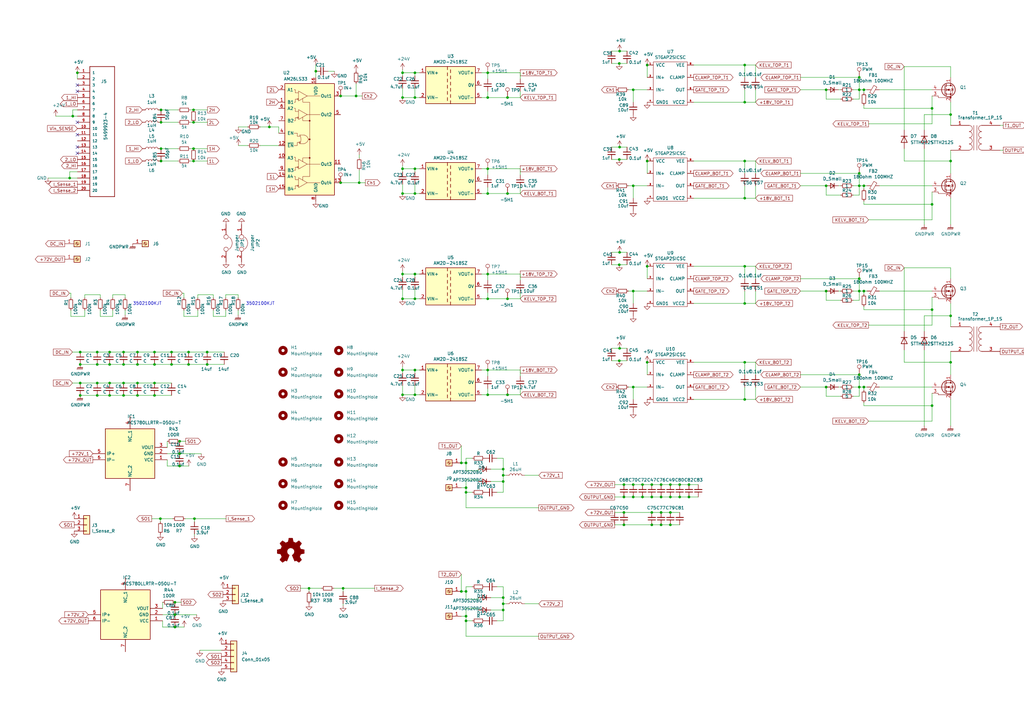
<source format=kicad_sch>
(kicad_sch (version 20230121) (generator eeschema)
  (paper "A3")
  (junction (at 200.025 69.215))
  (junction (at 254 147.955))
  (junction (at 389.89 46.99))
  (junction (at 278.765 203.835))
  (junction (at 206.375 247.65))
  (junction (at 282.575 203.835))
  (junction (at 389.89 148.59))
  (junction (at 389.89 66.04))
  (junction (at 139.7 74.93))
  (junction (at 382.27 166.37))
  (junction (at 39.878 157.099))
  (junction (at 165.1 29.845))
  (junction (at 79.375 66.04))
  (junction (at 44.958 157.099))
  (junction (at 267.335 203.835))
  (junction (at 354.33 158.75))
  (junction (at 170.18 40.005))
  (junction (at 79.375 45.085))
  (junction (at 77.343 149.479))
  (junction (at 200.025 40.005))
  (junction (at 73.66 180.975))
  (junction (at 338.836 119.38))
  (junction (at 44.958 144.399))
  (junction (at 191.135 189.865))
  (junction (at 254 26.035))
  (junction (at 265.43 148.59))
  (junction (at 189.23 242.57))
  (junction (at 50.673 149.479))
  (junction (at 206.375 192.405))
  (junction (at 255.905 198.755))
  (junction (at 165.1 122.555))
  (junction (at 263.525 198.755))
  (junction (at 200.025 112.395))
  (junction (at 110.49 52.07))
  (junction (at 66.04 50.165))
  (junction (at 271.145 215.265))
  (junction (at 200.025 122.555))
  (junction (at 71.755 257.175))
  (junction (at 191.135 201.93))
  (junction (at 352.425 153.67))
  (junction (at 39.878 144.399))
  (junction (at 305.435 163.83))
  (junction (at 338.836 36.83))
  (junction (at 255.905 210.185))
  (junction (at 29.845 47.625))
  (junction (at 254.127 142.875))
  (junction (at 65.786 212.725))
  (junction (at 259.715 119.38))
  (junction (at 73.66 191.135))
  (junction (at 191.135 200.025))
  (junction (at 56.388 157.099))
  (junction (at 71.755 252.095))
  (junction (at 28.575 73.025))
  (junction (at 32.893 162.179))
  (junction (at 70.358 144.399))
  (junction (at 165.1 112.395))
  (junction (at 305.435 81.28))
  (junction (at 56.388 149.479))
  (junction (at 56.388 162.179))
  (junction (at 71.755 247.015))
  (junction (at 200.025 79.375))
  (junction (at 352.425 158.75))
  (junction (at 208.153 79.375))
  (junction (at 267.335 198.755))
  (junction (at 265.43 109.22))
  (junction (at 191.135 254.635))
  (junction (at 63.373 157.099))
  (junction (at 39.878 162.179))
  (junction (at 39.878 149.479))
  (junction (at 63.373 144.399))
  (junction (at 79.375 60.96))
  (junction (at 267.335 210.185))
  (junction (at 389.89 129.54))
  (junction (at 352.425 31.75))
  (junction (at 63.373 149.479))
  (junction (at 354.33 76.2))
  (junction (at 254.127 20.955))
  (junction (at 282.575 198.755))
  (junction (at 254 108.585))
  (junction (at 206.375 250.19))
  (junction (at 305.435 26.67))
  (junction (at 206.375 245.11))
  (junction (at 70.358 149.479))
  (junction (at 338.836 158.75))
  (junction (at 200.025 29.845))
  (junction (at 139.7 39.37))
  (junction (at 66.04 66.04))
  (junction (at 165.1 69.215))
  (junction (at 208.153 40.005))
  (junction (at 382.27 127))
  (junction (at 32.893 149.479))
  (junction (at 271.145 198.755))
  (junction (at 50.673 157.099))
  (junction (at 274.955 210.185))
  (junction (at 354.33 36.83))
  (junction (at 265.43 66.04))
  (junction (at 191.135 252.73))
  (junction (at 73.66 186.055))
  (junction (at 254 65.405))
  (junction (at 84.963 144.399))
  (junction (at 191.135 242.57))
  (junction (at 206.375 194.945))
  (junction (at 352.425 114.3))
  (junction (at 189.23 189.865))
  (junction (at 140.716 241.3))
  (junction (at 146.05 39.37))
  (junction (at 50.673 144.399))
  (junction (at 66.04 45.085))
  (junction (at 129.54 29.21))
  (junction (at 32.893 157.099))
  (junction (at 352.425 119.38))
  (junction (at 165.1 40.005))
  (junction (at 254.127 103.505))
  (junction (at 56.388 144.399))
  (junction (at 31.75 29.845))
  (junction (at 259.715 76.2))
  (junction (at 274.955 198.755))
  (junction (at 200.025 151.765))
  (junction (at 255.905 203.835))
  (junction (at 126.746 241.3))
  (junction (at 170.18 112.395))
  (junction (at 267.335 215.265))
  (junction (at 271.145 203.835))
  (junction (at 44.958 162.179))
  (junction (at 259.715 36.83))
  (junction (at 84.963 149.479))
  (junction (at 352.425 76.2))
  (junction (at 50.673 162.179))
  (junction (at 278.765 198.755))
  (junction (at 259.715 158.75))
  (junction (at 259.715 198.755))
  (junction (at 165.1 79.375))
  (junction (at 305.435 148.59))
  (junction (at 165.1 151.765))
  (junction (at 66.04 60.96))
  (junction (at 170.18 69.215))
  (junction (at 274.955 215.265))
  (junction (at 255.905 215.265))
  (junction (at 305.435 124.46))
  (junction (at 170.18 29.845))
  (junction (at 165.1 161.925))
  (junction (at 265.43 26.67))
  (junction (at 274.955 203.835))
  (junction (at 208.153 161.925))
  (junction (at 382.27 44.45))
  (junction (at 305.435 109.22))
  (junction (at 263.525 203.835))
  (junction (at 352.425 71.12))
  (junction (at 63.373 162.179))
  (junction (at 79.756 212.725))
  (junction (at 77.343 144.399))
  (junction (at 271.145 210.185))
  (junction (at 170.18 151.765))
  (junction (at 354.33 119.38))
  (junction (at 208.153 122.555))
  (junction (at 382.27 83.82))
  (junction (at 170.18 161.925))
  (junction (at 44.958 149.479))
  (junction (at 259.715 203.835))
  (junction (at 305.435 41.91))
  (junction (at 79.375 50.165))
  (junction (at 206.375 197.485))
  (junction (at 305.435 66.04))
  (junction (at 338.836 76.2))
  (junction (at 254.127 60.325))
  (junction (at 147.32 74.93))
  (junction (at 32.893 144.399))
  (junction (at 200.025 161.925))
  (junction (at 170.18 122.555))
  (junction (at 170.18 79.375))
  (junction (at 352.425 36.83))
  (no_connect (at 31.75 50.165))
  (no_connect (at 31.75 62.865))
  (no_connect (at 31.75 55.245))
  (no_connect (at 31.75 37.465))
  (no_connect (at 31.75 34.925))
  (no_connect (at 31.75 60.325))
  (wire (pts (xy 252.095 210.185) (xy 255.905 210.185)))
  (wire (pts (xy 165.1 118.745) (xy 165.1 122.555)))
  (wire (pts (xy 389.89 129.54) (xy 389.89 133.985)))
  (wire (pts (xy 170.18 161.925) (xy 172.085 161.925)))
  (wire (pts (xy 200.025 69.215) (xy 213.36 69.215)))
  (wire (pts (xy 197.485 122.555) (xy 200.025 122.555)))
  (wire (pts (xy 305.435 66.04) (xy 309.88 66.04)))
  (wire (pts (xy 254.127 142.875) (xy 257.175 142.875)))
  (wire (pts (xy 250.825 147.955) (xy 254 147.955)))
  (wire (pts (xy 79.756 219.075) (xy 79.756 219.71)))
  (wire (pts (xy 78.105 60.96) (xy 79.375 60.96)))
  (wire (pts (xy 343.916 76.2) (xy 344.805 76.2)))
  (wire (pts (xy 170.18 79.375) (xy 172.085 79.375)))
  (wire (pts (xy 34.798 122.174) (xy 34.798 120.904)))
  (wire (pts (xy 206.375 192.405) (xy 206.375 194.945)))
  (wire (pts (xy 165.1 69.215) (xy 170.18 69.215)))
  (wire (pts (xy 191.135 196.85) (xy 196.215 196.85)))
  (wire (pts (xy 208.153 40.005) (xy 213.36 40.005)))
  (wire (pts (xy 165.1 79.375) (xy 170.18 79.375)))
  (wire (pts (xy 46.228 129.794) (xy 46.228 127.254)))
  (wire (pts (xy 139.7 39.37) (xy 146.05 39.37)))
  (wire (pts (xy 200.025 151.765) (xy 200.025 154.305)))
  (wire (pts (xy 41.148 127.254) (xy 41.148 129.794)))
  (wire (pts (xy 284.48 66.04) (xy 305.435 66.04)))
  (wire (pts (xy 65.786 212.725) (xy 70.866 212.725)))
  (wire (pts (xy 370.84 148.59) (xy 389.89 148.59)))
  (wire (pts (xy 255.905 198.755) (xy 259.715 198.755)))
  (wire (pts (xy 309.88 163.83) (xy 309.88 158.75)))
  (wire (pts (xy 140.716 247.65) (xy 140.716 248.285)))
  (wire (pts (xy 63.373 157.099) (xy 70.358 157.099)))
  (wire (pts (xy 39.878 162.179) (xy 44.958 162.179)))
  (wire (pts (xy 165.1 151.765) (xy 165.1 153.035)))
  (wire (pts (xy 189.23 200.025) (xy 191.135 200.025)))
  (wire (pts (xy 71.755 257.175) (xy 75.565 257.175)))
  (wire (pts (xy 349.885 80.01) (xy 352.425 80.01)))
  (wire (pts (xy 51.308 120.904) (xy 51.308 122.174)))
  (wire (pts (xy 170.18 75.565) (xy 170.18 79.375)))
  (wire (pts (xy 56.388 144.399) (xy 63.373 144.399)))
  (wire (pts (xy 44.958 144.399) (xy 50.673 144.399)))
  (wire (pts (xy 250.825 60.325) (xy 254.127 60.325)))
  (wire (pts (xy 250.825 20.955) (xy 254.127 20.955)))
  (wire (pts (xy 382.27 133.35) (xy 382.27 127)))
  (wire (pts (xy 213.36 71.755) (xy 213.36 69.215)))
  (wire (pts (xy 208.153 79.375) (xy 213.36 79.375)))
  (wire (pts (xy 63.373 149.479) (xy 70.358 149.479)))
  (wire (pts (xy 165.1 111.125) (xy 165.1 112.395)))
  (wire (pts (xy 19.685 73.025) (xy 28.575 73.025)))
  (wire (pts (xy 265.43 26.67) (xy 265.43 31.75)))
  (wire (pts (xy 360.68 119.38) (xy 382.27 119.38)))
  (wire (pts (xy 165.1 69.215) (xy 165.1 70.485)))
  (wire (pts (xy 354.33 82.55) (xy 354.33 83.82)))
  (wire (pts (xy 255.905 203.835) (xy 259.715 203.835)))
  (wire (pts (xy 201.295 250.19) (xy 206.375 250.19)))
  (wire (pts (xy 197.485 79.375) (xy 200.025 79.375)))
  (wire (pts (xy 343.916 158.75) (xy 344.805 158.75)))
  (wire (pts (xy 257.81 158.75) (xy 259.715 158.75)))
  (wire (pts (xy 203.835 187.96) (xy 206.375 187.96)))
  (wire (pts (xy 305.435 36.83) (xy 305.435 41.91)))
  (wire (pts (xy 328.295 158.75) (xy 338.836 158.75)))
  (wire (pts (xy 193.675 187.96) (xy 191.135 187.96)))
  (wire (pts (xy 170.18 151.765) (xy 170.18 153.035)))
  (wire (pts (xy 354.33 119.38) (xy 354.33 120.65)))
  (wire (pts (xy 382.27 39.37) (xy 382.27 44.45)))
  (wire (pts (xy 370.84 60.96) (xy 370.84 66.04)))
  (wire (pts (xy 200.025 112.395) (xy 200.025 114.935)))
  (wire (pts (xy 255.905 210.185) (xy 267.335 210.185)))
  (wire (pts (xy 309.88 109.22) (xy 309.88 114.3)))
  (wire (pts (xy 356.235 90.17) (xy 382.27 90.17)))
  (wire (pts (xy 63.373 144.399) (xy 70.358 144.399)))
  (wire (pts (xy 79.375 50.165) (xy 85.09 50.165)))
  (wire (pts (xy 31.75 29.845) (xy 31.75 32.385)))
  (wire (pts (xy 79.375 66.04) (xy 85.09 66.04)))
  (wire (pts (xy 165.1 36.195) (xy 165.1 40.005)))
  (wire (pts (xy 252.095 215.265) (xy 255.905 215.265)))
  (wire (pts (xy 254 26.035) (xy 257.175 26.035)))
  (wire (pts (xy 51.308 127.254) (xy 51.308 129.159)))
  (wire (pts (xy 207.645 194.945) (xy 206.375 194.945)))
  (wire (pts (xy 68.58 188.595) (xy 68.58 191.135)))
  (wire (pts (xy 354.33 36.83) (xy 355.6 36.83)))
  (wire (pts (xy 97.663 127.254) (xy 97.663 129.159)))
  (wire (pts (xy 305.435 76.2) (xy 305.435 81.28)))
  (wire (pts (xy 389.89 163.83) (xy 389.89 174.625)))
  (wire (pts (xy 197.485 151.765) (xy 200.025 151.765)))
  (wire (pts (xy 354.33 119.38) (xy 355.6 119.38)))
  (wire (pts (xy 305.435 41.91) (xy 309.88 41.91)))
  (wire (pts (xy 354.33 76.2) (xy 355.6 76.2)))
  (wire (pts (xy 170.18 112.395) (xy 170.18 113.665)))
  (wire (pts (xy 66.675 252.095) (xy 71.755 252.095)))
  (wire (pts (xy 97.79 52.07) (xy 101.6 52.07)))
  (wire (pts (xy 389.89 148.59) (xy 389.89 153.67)))
  (wire (pts (xy 284.48 124.46) (xy 305.435 124.46)))
  (wire (pts (xy 352.425 123.19) (xy 352.425 119.38)))
  (wire (pts (xy 389.89 81.28) (xy 389.89 92.075)))
  (wire (pts (xy 274.955 210.185) (xy 278.765 210.185)))
  (wire (pts (xy 257.81 119.38) (xy 259.715 119.38)))
  (wire (pts (xy 328.295 114.3) (xy 352.425 114.3)))
  (wire (pts (xy 252.095 198.755) (xy 255.905 198.755)))
  (wire (pts (xy 191.135 254.635) (xy 193.675 254.635)))
  (wire (pts (xy 165.1 28.575) (xy 165.1 29.845)))
  (wire (pts (xy 259.715 158.75) (xy 259.715 163.83)))
  (wire (pts (xy 328.295 36.83) (xy 338.836 36.83)))
  (wire (pts (xy 200.025 151.765) (xy 213.36 151.765)))
  (wire (pts (xy 284.48 81.28) (xy 305.435 81.28)))
  (wire (pts (xy 354.33 165.1) (xy 354.33 166.37)))
  (wire (pts (xy 165.1 158.115) (xy 165.1 161.925)))
  (wire (pts (xy 189.23 252.73) (xy 191.135 252.73)))
  (wire (pts (xy 206.375 197.485) (xy 206.375 201.93)))
  (wire (pts (xy 139.7 74.93) (xy 147.32 74.93)))
  (wire (pts (xy 29.845 45.085) (xy 29.845 47.625)))
  (wire (pts (xy 170.18 118.745) (xy 170.18 122.555)))
  (wire (pts (xy 349.885 162.56) (xy 352.425 162.56)))
  (wire (pts (xy 170.18 122.555) (xy 172.085 122.555)))
  (wire (pts (xy 352.425 80.01) (xy 352.425 76.2)))
  (wire (pts (xy 213.36 154.305) (xy 213.36 151.765)))
  (wire (pts (xy 29.718 144.399) (xy 32.893 144.399)))
  (wire (pts (xy 65.786 213.995) (xy 65.786 212.725)))
  (wire (pts (xy 259.715 119.38) (xy 259.715 124.46)))
  (wire (pts (xy 206.375 254.635) (xy 203.835 254.635)))
  (wire (pts (xy 263.525 203.835) (xy 267.335 203.835)))
  (wire (pts (xy 349.885 123.19) (xy 352.425 123.19)))
  (wire (pts (xy 370.84 109.855) (xy 389.89 109.855)))
  (wire (pts (xy 354.33 76.2) (xy 354.33 77.47)))
  (wire (pts (xy 267.335 210.185) (xy 271.145 210.185)))
  (wire (pts (xy 379.095 60.96) (xy 379.095 92.075)))
  (wire (pts (xy 165.1 112.395) (xy 165.1 113.665)))
  (wire (pts (xy 32.893 157.099) (xy 39.878 157.099)))
  (wire (pts (xy 81.153 129.794) (xy 81.153 127.254)))
  (wire (pts (xy 41.148 120.904) (xy 41.148 122.174)))
  (wire (pts (xy 191.135 187.96) (xy 191.135 189.865)))
  (wire (pts (xy 110.49 52.07) (xy 114.3 52.07)))
  (wire (pts (xy 344.805 40.64) (xy 338.836 40.64)))
  (wire (pts (xy 282.575 203.835) (xy 286.385 203.835)))
  (wire (pts (xy 63.373 162.179) (xy 70.358 162.179)))
  (wire (pts (xy 200.025 79.375) (xy 208.153 79.375)))
  (wire (pts (xy 146.05 39.37) (xy 148.59 39.37)))
  (wire (pts (xy 200.025 161.925) (xy 208.153 161.925)))
  (wire (pts (xy 354.33 43.18) (xy 354.33 44.45)))
  (wire (pts (xy 34.798 129.794) (xy 34.798 127.254)))
  (wire (pts (xy 170.18 29.845) (xy 170.18 31.115)))
  (wire (pts (xy 305.435 109.22) (xy 305.435 114.3)))
  (wire (pts (xy 389.89 124.46) (xy 389.89 129.54)))
  (wire (pts (xy 257.81 36.83) (xy 259.715 36.83)))
  (wire (pts (xy 305.435 124.46) (xy 309.88 124.46)))
  (wire (pts (xy 284.48 148.59) (xy 305.435 148.59)))
  (wire (pts (xy 259.715 158.75) (xy 265.43 158.75)))
  (wire (pts (xy 257.81 76.2) (xy 259.715 76.2)))
  (wire (pts (xy 343.916 119.38) (xy 344.805 119.38)))
  (wire (pts (xy 349.885 158.75) (xy 352.425 158.75)))
  (wire (pts (xy 84.963 149.479) (xy 91.948 149.479)))
  (wire (pts (xy 206.375 245.11) (xy 206.375 247.65)))
  (wire (pts (xy 200.025 69.215) (xy 200.025 71.755)))
  (wire (pts (xy 389.89 46.99) (xy 389.89 51.435)))
  (wire (pts (xy 274.955 198.755) (xy 278.765 198.755)))
  (wire (pts (xy 278.765 198.755) (xy 282.575 198.755)))
  (wire (pts (xy 267.335 215.265) (xy 271.145 215.265)))
  (wire (pts (xy 208.153 161.925) (xy 213.36 161.925)))
  (wire (pts (xy 208.153 122.555) (xy 213.36 122.555)))
  (wire (pts (xy 254.127 103.505) (xy 257.175 103.505)))
  (wire (pts (xy 309.88 124.46) (xy 309.88 119.38)))
  (wire (pts (xy 213.36 32.385) (xy 213.36 29.845)))
  (wire (pts (xy 39.878 149.479) (xy 44.958 149.479)))
  (wire (pts (xy 75.438 127.254) (xy 75.438 129.794)))
  (wire (pts (xy 29.845 47.625) (xy 31.75 47.625)))
  (wire (pts (xy 92.583 120.904) (xy 97.663 120.904)))
  (wire (pts (xy 189.23 189.865) (xy 191.135 189.865)))
  (wire (pts (xy 354.33 44.45) (xy 382.27 44.45)))
  (wire (pts (xy 354.33 125.73) (xy 354.33 127)))
  (wire (pts (xy 213.36 161.925) (xy 213.36 159.385)))
  (wire (pts (xy 382.27 83.82) (xy 382.27 90.17)))
  (wire (pts (xy 370.84 27.305) (xy 389.89 27.305)))
  (wire (pts (xy 267.335 203.835) (xy 271.145 203.835)))
  (wire (pts (xy 191.135 196.85) (xy 191.135 200.025)))
  (wire (pts (xy 28.575 73.025) (xy 28.575 70.485)))
  (wire (pts (xy 352.425 119.38) (xy 354.33 119.38)))
  (wire (pts (xy 66.04 45.085) (xy 73.025 45.085)))
  (wire (pts (xy 165.1 29.845) (xy 165.1 31.115)))
  (wire (pts (xy 70.358 149.479) (xy 77.343 149.479)))
  (wire (pts (xy 213.36 114.935) (xy 213.36 112.395)))
  (wire (pts (xy 206.375 250.19) (xy 206.375 254.635)))
  (wire (pts (xy 71.755 247.015) (xy 74.295 247.015)))
  (wire (pts (xy 46.228 120.904) (xy 51.308 120.904)))
  (wire (pts (xy 200.025 120.015) (xy 200.025 122.555)))
  (wire (pts (xy 284.48 26.67) (xy 305.435 26.67)))
  (wire (pts (xy 379.095 53.34) (xy 379.095 46.99)))
  (wire (pts (xy 81.153 122.174) (xy 81.153 120.904)))
  (wire (pts (xy 360.68 76.2) (xy 382.27 76.2)))
  (wire (pts (xy 356.235 50.8) (xy 382.27 50.8)))
  (wire (pts (xy 136.906 241.3) (xy 140.716 241.3)))
  (wire (pts (xy 68.58 191.135) (xy 73.66 191.135)))
  (wire (pts (xy 77.343 149.479) (xy 84.963 149.479)))
  (wire (pts (xy 200.025 29.845) (xy 200.025 32.385)))
  (wire (pts (xy 29.083 120.269) (xy 29.083 122.174)))
  (wire (pts (xy 191.135 208.28) (xy 220.98 208.28)))
  (wire (pts (xy 343.916 36.83) (xy 344.805 36.83)))
  (wire (pts (xy 75.438 120.269) (xy 75.438 122.174)))
  (wire (pts (xy 352.425 40.64) (xy 352.425 36.83)))
  (wire (pts (xy 165.1 151.765) (xy 170.18 151.765)))
  (wire (pts (xy 344.805 162.56) (xy 338.836 162.56)))
  (wire (pts (xy 271.145 198.755) (xy 274.955 198.755)))
  (wire (pts (xy 259.715 119.38) (xy 265.43 119.38)))
  (wire (pts (xy 305.435 81.28) (xy 309.88 81.28)))
  (wire (pts (xy 352.425 153.67) (xy 352.425 158.75)))
  (wire (pts (xy 382.27 166.37) (xy 382.27 161.29)))
  (wire (pts (xy 338.836 40.64) (xy 338.836 36.83)))
  (wire (pts (xy 78.105 66.04) (xy 79.375 66.04)))
  (wire (pts (xy 305.435 109.22) (xy 309.88 109.22)))
  (wire (pts (xy 191.135 189.865) (xy 191.135 193.04)))
  (wire (pts (xy 79.375 45.085) (xy 85.09 45.085)))
  (wire (pts (xy 196.215 192.405) (xy 196.215 193.04)))
  (wire (pts (xy 352.425 71.12) (xy 352.425 76.2)))
  (wire (pts (xy 250.825 103.505) (xy 254.127 103.505)))
  (wire (pts (xy 28.448 120.269) (xy 29.083 120.269)))
  (wire (pts (xy 189.23 182.88) (xy 189.23 189.865)))
  (wire (pts (xy 39.878 157.099) (xy 44.958 157.099)))
  (wire (pts (xy 191.135 242.57) (xy 191.135 245.745)))
  (wire (pts (xy 265.43 148.59) (xy 265.43 153.67)))
  (wire (pts (xy 46.228 122.174) (xy 46.228 120.904)))
  (wire (pts (xy 356.235 172.72) (xy 382.27 172.72)))
  (wire (pts (xy 191.135 193.04) (xy 196.215 193.04)))
  (wire (pts (xy 271.145 215.265) (xy 274.955 215.265)))
  (wire (pts (xy 352.425 158.75) (xy 354.33 158.75)))
  (wire (pts (xy 200.025 159.385) (xy 200.025 161.925)))
  (wire (pts (xy 349.885 36.83) (xy 352.425 36.83)))
  (wire (pts (xy 39.878 144.399) (xy 44.958 144.399)))
  (wire (pts (xy 87.503 127.254) (xy 87.503 129.794)))
  (wire (pts (xy 79.756 213.995) (xy 79.756 212.725)))
  (wire (pts (xy 44.958 149.479) (xy 50.673 149.479)))
  (wire (pts (xy 170.18 36.195) (xy 170.18 40.005)))
  (wire (pts (xy 191.135 252.73) (xy 191.135 254.635)))
  (wire (pts (xy 140.716 242.57) (xy 140.716 241.3)))
  (wire (pts (xy 189.23 235.585) (xy 189.23 242.57)))
  (wire (pts (xy 114.3 52.07) (xy 114.3 54.61)))
  (wire (pts (xy 259.715 76.2) (xy 265.43 76.2)))
  (wire (pts (xy 191.135 245.745) (xy 196.215 245.745)))
  (wire (pts (xy 349.885 40.64) (xy 352.425 40.64)))
  (wire (pts (xy 71.755 252.095) (xy 80.645 252.095)))
  (wire (pts (xy 305.435 148.59) (xy 305.435 153.67)))
  (wire (pts (xy 282.575 198.755) (xy 286.385 198.755)))
  (wire (pts (xy 191.135 200.025) (xy 191.135 201.93)))
  (wire (pts (xy 254 147.955) (xy 257.175 147.955)))
  (wire (pts (xy 254.127 20.955) (xy 257.175 20.955)))
  (wire (pts (xy 68.58 186.055) (xy 73.66 186.055)))
  (wire (pts (xy 129.54 26.67) (xy 129.54 29.21)))
  (wire (pts (xy 309.88 66.04) (xy 309.88 71.12)))
  (wire (pts (xy 274.955 215.265) (xy 278.765 215.265)))
  (wire (pts (xy 410.21 61.595) (xy 411.48 61.595)))
  (wire (pts (xy 344.805 80.01) (xy 338.836 80.01)))
  (wire (pts (xy 255.905 215.265) (xy 267.335 215.265)))
  (wire (pts (xy 191.135 240.665) (xy 191.135 242.57)))
  (wire (pts (xy 197.485 161.925) (xy 200.025 161.925)))
  (wire (pts (xy 370.84 135.89) (xy 370.84 109.855)))
  (wire (pts (xy 78.105 50.165) (xy 79.375 50.165)))
  (wire (pts (xy 56.388 162.179) (xy 63.373 162.179)))
  (wire (pts (xy 328.295 153.67) (xy 352.425 153.67)))
  (wire (pts (xy 389.89 144.145) (xy 389.89 148.59)))
  (wire (pts (xy 197.485 69.215) (xy 200.025 69.215)))
  (wire (pts (xy 382.27 166.37) (xy 382.27 172.72)))
  (wire (pts (xy 170.18 69.215) (xy 170.18 70.485)))
  (wire (pts (xy 32.893 144.399) (xy 39.878 144.399)))
  (wire (pts (xy 389.89 61.595) (xy 389.89 66.04)))
  (wire (pts (xy 271.145 210.185) (xy 274.955 210.185)))
  (wire (pts (xy 165.1 112.395) (xy 170.18 112.395)))
  (wire (pts (xy 352.425 31.75) (xy 352.425 36.83)))
  (wire (pts (xy 309.88 81.28) (xy 309.88 76.2)))
  (wire (pts (xy 338.836 80.01) (xy 338.836 76.2)))
  (wire (pts (xy 191.135 249.555) (xy 196.215 249.555)))
  (wire (pts (xy 254 65.405) (xy 257.175 65.405)))
  (wire (pts (xy 97.79 59.69) (xy 101.6 59.69)))
  (wire (pts (xy 50.673 162.179) (xy 56.388 162.179)))
  (wire (pts (xy 259.715 36.83) (xy 265.43 36.83)))
  (wire (pts (xy 263.525 198.755) (xy 267.335 198.755)))
  (wire (pts (xy 196.215 245.11) (xy 196.215 245.745)))
  (wire (pts (xy 172.085 151.765) (xy 170.18 151.765)))
  (wire (pts (xy 32.893 149.479) (xy 39.878 149.479)))
  (wire (pts (xy 252.095 203.835) (xy 255.905 203.835)))
  (wire (pts (xy 66.675 257.175) (xy 71.755 257.175)))
  (wire (pts (xy 250.825 65.405) (xy 254 65.405)))
  (wire (pts (xy 165.1 67.945) (xy 165.1 69.215)))
  (wire (pts (xy 78.105 45.085) (xy 79.375 45.085)))
  (wire (pts (xy 73.66 191.135) (xy 77.47 191.135)))
  (wire (pts (xy 265.43 109.22) (xy 265.43 114.3)))
  (wire (pts (xy 379.095 46.99) (xy 389.89 46.99)))
  (wire (pts (xy 354.33 158.75) (xy 354.33 160.02)))
  (wire (pts (xy 97.663 120.904) (xy 97.663 122.174)))
  (wire (pts (xy 106.68 52.07) (xy 110.49 52.07)))
  (wire (pts (xy 87.503 129.794) (xy 92.583 129.794)))
  (wire (pts (xy 338.836 123.19) (xy 338.836 119.38)))
  (wire (pts (xy 389.89 66.04) (xy 389.89 71.12)))
  (wire (pts (xy 75.946 212.725) (xy 79.756 212.725)))
  (wire (pts (xy 360.68 36.83) (xy 382.27 36.83)))
  (wire (pts (xy 274.955 203.835) (xy 278.765 203.835)))
  (wire (pts (xy 305.435 148.59) (xy 309.88 148.59)))
  (wire (pts (xy 200.025 29.845) (xy 213.36 29.845)))
  (wire (pts (xy 265.43 66.04) (xy 265.43 71.12)))
  (wire (pts (xy 267.335 198.755) (xy 271.145 198.755)))
  (wire (pts (xy 75.438 129.794) (xy 81.153 129.794)))
  (wire (pts (xy 65.786 212.725) (xy 62.23 212.725)))
  (wire (pts (xy 197.485 29.845) (xy 200.025 29.845)))
  (wire (pts (xy 213.36 79.375) (xy 213.36 76.835)))
  (wire (pts (xy 200.025 40.005) (xy 208.153 40.005)))
  (wire (pts (xy 284.48 109.22) (xy 305.435 109.22)))
  (wire (pts (xy 370.84 143.51) (xy 370.84 148.59)))
  (wire (pts (xy 32.893 162.179) (xy 39.878 162.179)))
  (wire (pts (xy 172.085 29.845) (xy 170.18 29.845)))
  (wire (pts (xy 389.89 41.91) (xy 389.89 46.99)))
  (wire (pts (xy 215.265 247.65) (xy 220.98 247.65)))
  (wire (pts (xy 356.235 133.35) (xy 382.27 133.35)))
  (wire (pts (xy 84.963 144.399) (xy 91.948 144.399)))
  (wire (pts (xy 213.36 40.005) (xy 213.36 37.465)))
  (wire (pts (xy 196.215 249.555) (xy 196.215 250.19)))
  (wire (pts (xy 305.435 66.04) (xy 305.435 71.12)))
  (wire (pts (xy 165.1 150.495) (xy 165.1 151.765)))
  (wire (pts (xy 191.135 260.985) (xy 220.98 260.985)))
  (wire (pts (xy 191.135 249.555) (xy 191.135 252.73)))
  (wire (pts (xy 165.1 122.555) (xy 170.18 122.555)))
  (wire (pts (xy 201.295 245.11) (xy 206.375 245.11)))
  (wire (pts (xy 165.1 161.925) (xy 170.18 161.925)))
  (wire (pts (xy 200.025 112.395) (xy 213.36 112.395)))
  (wire (pts (xy 338.836 162.56) (xy 338.836 158.75)))
  (wire (pts (xy 172.085 112.395) (xy 170.18 112.395)))
  (wire (pts (xy 213.36 122.555) (xy 213.36 120.015)))
  (wire (pts (xy 284.48 163.83) (xy 305.435 163.83)))
  (wire (pts (xy 259.715 203.835) (xy 263.525 203.835)))
  (wire (pts (xy 22.86 47.625) (xy 29.845 47.625)))
  (wire (pts (xy 56.388 149.479) (xy 63.373 149.479)))
  (wire (pts (xy 250.825 108.585) (xy 254 108.585)))
  (wire (pts (xy 349.885 119.38) (xy 352.425 119.38)))
  (wire (pts (xy 79.375 60.96) (xy 85.09 60.96)))
  (wire (pts (xy 197.485 40.005) (xy 200.025 40.005)))
  (wire (pts (xy 305.435 26.67) (xy 305.435 31.75)))
  (wire (pts (xy 278.765 203.835) (xy 282.575 203.835)))
  (wire (pts (xy 207.645 247.65) (xy 206.375 247.65)))
  (wire (pts (xy 147.32 63.5) (xy 147.32 64.77)))
  (wire (pts (xy 41.148 129.794) (xy 46.228 129.794)))
  (wire (pts (xy 259.715 36.83) (xy 259.715 41.91)))
  (wire (pts (xy 191.135 201.93) (xy 191.135 208.28)))
  (wire (pts (xy 170.18 40.005) (xy 172.085 40.005)))
  (wire (pts (xy 66.675 254.635) (xy 66.675 257.175)))
  (wire (pts (xy 92.583 129.794) (xy 92.583 127.254)))
  (wire (pts (xy 206.375 194.945) (xy 206.375 197.485)))
  (wire (pts (xy 344.805 123.19) (xy 338.836 123.19)))
  (wire (pts (xy 328.295 119.38) (xy 338.836 119.38)))
  (wire (pts (xy 259.715 76.2) (xy 259.715 81.28)))
  (wire (pts (xy 206.375 247.65) (xy 206.375 250.19)))
  (wire (pts (xy 189.23 242.57) (xy 191.135 242.57)))
  (wire (pts (xy 66.04 50.165) (xy 73.025 50.165)))
  (wire (pts (xy 146.05 34.29) (xy 146.05 39.37)))
  (wire (pts (xy 370.84 53.34) (xy 370.84 27.305)))
  (wire (pts (xy 170.18 158.115) (xy 170.18 161.925)))
  (wire (pts (xy 259.715 198.755) (xy 263.525 198.755)))
  (wire (pts (xy 328.295 71.12) (xy 352.425 71.12)))
  (wire (pts (xy 140.716 241.3) (xy 153.67 241.3)))
  (wire (pts (xy 126.746 241.3) (xy 131.826 241.3)))
  (wire (pts (xy 129.54 29.21) (xy 129.54 31.75)))
  (wire (pts (xy 66.04 66.04) (xy 73.025 66.04)))
  (wire (pts (xy 197.485 112.395) (xy 200.025 112.395)))
  (wire (pts (xy 203.835 240.665) (xy 206.375 240.665)))
  (wire (pts (xy 81.915 266.7) (xy 90.805 266.7)))
  (wire (pts (xy 87.503 120.904) (xy 87.503 122.174)))
  (wire (pts (xy 77.343 144.399) (xy 84.963 144.399)))
  (wire (pts (xy 309.88 41.91) (xy 309.88 36.83)))
  (wire (pts (xy 44.958 157.099) (xy 50.673 157.099)))
  (wire (pts (xy 328.295 76.2) (xy 338.836 76.2)))
  (wire (pts (xy 284.48 41.91) (xy 305.435 41.91)))
  (wire (pts (xy 56.388 157.099) (xy 63.373 157.099)))
  (wire (pts (xy 254 108.585) (xy 257.175 108.585)))
  (wire (pts (xy 349.885 76.2) (xy 352.425 76.2)))
  (wire (pts (xy 352.425 114.3) (xy 352.425 119.38)))
  (wire (pts (xy 271.145 203.835) (xy 274.955 203.835)))
  (wire (pts (xy 250.825 26.035) (xy 254 26.035)))
  (wire (pts (xy 29.083 127.254) (xy 29.083 129.794)))
  (wire (pts (xy 79.756 212.725) (xy 92.71 212.725)))
  (wire (pts (xy 305.435 119.38) (xy 305.435 124.46)))
  (wire (pts (xy 305.435 26.67) (xy 309.88 26.67)))
  (wire (pts (xy 200.025 37.465) (xy 200.025 40.005)))
  (wire (pts (xy 200.025 122.555) (xy 208.153 122.555)))
  (wire (pts (xy 206.375 240.665) (xy 206.375 245.11)))
  (wire (pts (xy 254.127 60.325) (xy 257.175 60.325)))
  (wire (pts (xy 73.66 180.975) (xy 76.2 180.975)))
  (wire (pts (xy 389.89 109.855) (xy 389.89 114.3)))
  (wire (pts (xy 147.32 69.85) (xy 147.32 74.93)))
  (wire (pts (xy 215.265 194.945) (xy 220.98 194.945)))
  (wire (pts (xy 92.583 122.174) (xy 92.583 120.904)))
  (wire (pts (xy 410.21 51.435) (xy 411.48 51.435)))
  (wire (pts (xy 328.295 31.75) (xy 352.425 31.75)))
  (wire (pts (xy 70.358 144.399) (xy 77.343 144.399)))
  (wire (pts (xy 193.675 240.665) (xy 191.135 240.665)))
  (wire (pts (xy 73.66 186.055) (xy 82.55 186.055)))
  (wire (pts (xy 389.89 27.305) (xy 389.89 31.75)))
  (wire (pts (xy 352.425 162.56) (xy 352.425 158.75)))
  (wire (pts (xy 201.295 197.485) (xy 206.375 197.485)))
  (wire (pts (xy 191.135 254.635) (xy 191.135 260.985)))
  (wire (pts (xy 126.746 241.3) (xy 123.19 241.3)))
  (wire (pts (xy 352.425 76.2) (xy 354.33 76.2)))
  (wire (pts (xy 81.153 120.904) (xy 87.503 120.904)))
  (wire (pts (xy 201.295 192.405) (xy 206.375 192.405)))
  (wire (pts (xy 354.33 127) (xy 382.27 127)))
  (wire (pts (xy 382.27 50.8) (xy 382.27 44.45)))
  (wire (pts (xy 147.32 74.93) (xy 149.86 74.93)))
  (wire (pts (xy 165.1 75.565) (xy 165.1 79.375)))
  (wire (pts (xy 74.803 120.269) (xy 75.438 120.269)))
  (wire (pts (xy 66.04 60.96) (xy 73.025 60.96)))
  (wire (pts (xy 44.958 162.179) (xy 50.673 162.179)))
  (wire (pts (xy 379.095 135.89) (xy 379.095 129.54)))
  (wire (pts (xy 382.27 121.92) (xy 382.27 127)))
  (wire (pts (xy 126.746 242.57) (xy 126.746 241.3)))
  (wire (pts (xy 354.33 166.37) (xy 382.27 166.37)))
  (wire (pts (xy 352.425 36.83) (xy 354.33 36.83)))
  (wire (pts (xy 29.718 157.099) (xy 32.893 157.099)))
  (wire (pts (xy 134.62 29.21) (xy 137.16 29.21)))
  (wire (pts (xy 165.1 29.845) (xy 170.18 29.845)))
  (wire (pts (xy 250.825 142.875) (xy 254.127 142.875)))
  (wire (pts (xy 354.33 36.83) (xy 354.33 38.1)))
  (wire (pts (xy 305.435 158.75) (xy 305.435 163.83)))
  (wire (pts (xy 379.095 129.54) (xy 389.89 129.54)))
  (wire (pts (xy 68.58 180.975) (xy 68.58 183.515)))
  (wire (pts (xy 379.095 143.51) (xy 379.095 174.625)))
  (wire (pts (xy 360.68 158.75) (xy 382.27 158.75)))
  (wire (pts (xy 309.88 26.67) (xy 309.88 31.75)))
  (wire (pts (xy 354.33 83.82) (xy 382.27 83.82)))
  (wire (pts (xy 191.135 201.93) (xy 193.675 201.93)))
  (wire (pts (xy 305.435 163.83) (xy 309.88 163.83)))
  (wire (pts (xy 200.025 76.835) (xy 200.025 79.375)))
  (wire (pts (xy 382.27 83.82) (xy 382.27 78.74)))
  (wire (pts (xy 31.75 73.025) (xy 28.575 73.025)))
  (wire (pts (xy 29.083 129.794) (xy 34.798 129.794)))
  (wire (pts (xy 31.75 45.085) (xy 29.845 45.085)))
  (wire (pts (xy 354.33 158.75) (xy 355.6 158.75)))
  (wire (pts (xy 206.375 187.96) (xy 206.375 192.405)))
  (wire (pts (xy 50.673 157.099) (xy 56.388 157.099)))
  (wire (pts (xy 165.1 40.005) (xy 170.18 40.005)))
  (wire (pts (xy 50.673 149.479) (xy 56.388 149.479)))
  (wire (pts (xy 172.085 69.215) (xy 170.18 69.215)))
  (wire (pts (xy 66.675 249.555) (xy 66.675 247.015)))
  (wire (pts (xy 34.798 120.904) (xy 41.148 120.904)))
  (wire (pts (xy 106.68 59.69) (xy 114.3 59.69)))
  (wire (pts (xy 28.575 70.485) (xy 31.75 70.485)))
  (wire (pts (xy 309.88 148.59) (xy 309.88 153.67)))
  (wire (pts (xy 206.375 201.93) (xy 203.835 201.93)))
  (wire (pts (xy 50.673 144.399) (xy 56.388 144.399)))
  (wire (pts (xy 370.84 66.04) (xy 389.89 66.04)))
  (wire (pts (xy 196.215 196.85) (xy 196.215 197.485)))
  (text "3502100KJT" (at 54.483 125.349 0) (effects (font (size 1.27 1.27)) (justify left bottom)))
  (text "3502100KJT" (at 100.838 125.349 0) (effects (font (size 1.27 1.27)) (justify left bottom)))
  (global_label "T1_OUT" (shape input) (at 189.23 182.88 180) (property "Intersheetrefs" "${INTERSHEET_REFS}" (effects hide)))
  (global_label "KELV_TOP_T2" (shape output) (at 356.235 133.35 180) (property "Intersheetrefs" "${INTERSHEET_REFS}" (effects hide)))
  (global_label "CLAMP_BOT_T1" (shape output) (at 284.48 71.12 0) (property "Intersheetrefs" "${INTERSHEET_REFS}" (effects hide)))
  (global_label "2_LO" (shape input) (at 58.42 50.165 180) (property "Intersheetrefs" "${INTERSHEET_REFS}" (effects hide)))
  (global_label "DC_IN" (shape input) (at 74.803 120.269 180) (property "Intersheetrefs" "${INTERSHEET_REFS}" (effects hide)))
  (global_label "I_Sense_2" (shape output) (at 153.67 241.3 0) (property "Intersheetrefs" "${INTERSHEET_REFS}" (effects hide)))
  (global_label "CLAMP_TOP_T2" (shape output) (at 328.295 114.3 180) (property "Intersheetrefs" "${INTERSHEET_REFS}" (effects hide)))
  (global_label "KELV_TOP_T2" (shape input) (at 309.88 109.22 0) (property "Intersheetrefs" "${INTERSHEET_REFS}" (effects hide)))
  (global_label "+18V_TOP_T1" (shape output) (at 213.36 29.845 0) (property "Intersheetrefs" "${INTERSHEET_REFS}" (effects hide)))
  (global_label "OUTPUT_GND" (shape output) (at 220.98 208.28 0) (property "Intersheetrefs" "${INTERSHEET_REFS}" (effects hide)))
  (global_label "OUTPUT_GND" (shape output) (at 252.095 203.835 180) (property "Intersheetrefs" "${INTERSHEET_REFS}" (effects hide)))
  (global_label "Ch1" (shape output) (at 149.86 74.93 0) (property "Intersheetrefs" "${INTERSHEET_REFS}" (effects hide)))
  (global_label "+72V_2" (shape input) (at 220.98 247.65 0) (property "Intersheetrefs" "${INTERSHEET_REFS}" (effects hide)))
  (global_label "+18V_TOP_T2" (shape output) (at 213.36 112.395 0) (property "Intersheetrefs" "${INTERSHEET_REFS}" (effects hide)))
  (global_label "OUTPUT_GND" (shape output) (at 220.98 260.985 0) (property "Intersheetrefs" "${INTERSHEET_REFS}" (effects hide)))
  (global_label "SO2" (shape output) (at 123.19 241.3 180) (property "Intersheetrefs" "${INTERSHEET_REFS}" (effects hide)))
  (global_label "+18V_BOT_T2" (shape output) (at 213.36 151.765 0) (property "Intersheetrefs" "${INTERSHEET_REFS}" (effects hide)))
  (global_label "KELV_BOT_T2" (shape input) (at 356.235 172.72 180) (property "Intersheetrefs" "${INTERSHEET_REFS}" (effects hide)))
  (global_label "+72V_OUT" (shape output) (at 26.543 106.299 180) (property "Intersheetrefs" "${INTERSHEET_REFS}" (effects hide)))
  (global_label "Ch1" (shape output) (at 252.73 76.2 180) (property "Intersheetrefs" "${INTERSHEET_REFS}" (effects hide)))
  (global_label "T2_OUT" (shape input) (at 189.23 235.585 180) (property "Intersheetrefs" "${INTERSHEET_REFS}" (effects hide)))
  (global_label "OUTPUT_GND" (shape output) (at 411.48 61.595 0) (property "Intersheetrefs" "${INTERSHEET_REFS}" (effects hide)))
  (global_label "KELV_TOP_T1" (shape output) (at 356.235 50.8 180) (property "Intersheetrefs" "${INTERSHEET_REFS}" (effects hide)))
  (global_label "GATE_TOP_T2" (shape output) (at 284.48 119.38 0) (property "Intersheetrefs" "${INTERSHEET_REFS}" (effects hide)))
  (global_label "KELV_TOP_T1" (shape input) (at 309.88 26.67 0) (property "Intersheetrefs" "${INTERSHEET_REFS}" (effects hide)))
  (global_label "GATE_TOP_T1" (shape output) (at 284.48 36.83 0) (property "Intersheetrefs" "${INTERSHEET_REFS}" (effects hide)))
  (global_label "1_HI" (shape input) (at 58.42 60.96 180) (property "Intersheetrefs" "${INTERSHEET_REFS}" (effects hide)))
  (global_label "+18V_BOT_T1" (shape output) (at 213.36 69.215 0) (property "Intersheetrefs" "${INTERSHEET_REFS}" (effects hide)))
  (global_label "+72V_OUT" (shape output) (at 38.1 188.595 180) (property "Intersheetrefs" "${INTERSHEET_REFS}" (effects hide)))
  (global_label "+18V_BOT_T1" (shape input) (at 309.88 81.28 0) (property "Intersheetrefs" "${INTERSHEET_REFS}" (effects hide)))
  (global_label "DC_IN" (shape input) (at 29.718 144.399 180) (property "Intersheetrefs" "${INTERSHEET_REFS}" (effects hide)))
  (global_label "CLAMP_BOT_T2" (shape output) (at 328.295 153.67 180) (property "Intersheetrefs" "${INTERSHEET_REFS}" (effects hide)))
  (global_label "KELV_BOT_T1" (shape input) (at 356.235 90.17 180) (property "Intersheetrefs" "${INTERSHEET_REFS}" (effects hide)))
  (global_label "2H" (shape output) (at 85.09 45.085 0) (property "Intersheetrefs" "${INTERSHEET_REFS}" (effects hide)))
  (global_label "2_LO" (shape output) (at 31.75 65.405 180) (property "Intersheetrefs" "${INTERSHEET_REFS}" (effects hide)))
  (global_label "I_Sense_2" (shape output) (at 31.75 78.105 180) (property "Intersheetrefs" "${INTERSHEET_REFS}" (effects hide)))
  (global_label "SO1" (shape output) (at 30.48 215.265 180) (property "Intersheetrefs" "${INTERSHEET_REFS}" (effects hide)))
  (global_label "DC_IN" (shape input) (at 370.84 109.855 180) (property "Intersheetrefs" "${INTERSHEET_REFS}" (effects hide)))
  (global_label "+18V_BOT_T2" (shape input) (at 309.88 163.83 0) (property "Intersheetrefs" "${INTERSHEET_REFS}" (effects hide)))
  (global_label "GATE_BOT_T2" (shape input) (at 328.295 158.75 180) (property "Intersheetrefs" "${INTERSHEET_REFS}" (effects hide)))
  (global_label "SO2" (shape output) (at 74.295 247.015 0) (property "Intersheetrefs" "${INTERSHEET_REFS}" (effects hide)))
  (global_label "GATE_BOT_T2" (shape output) (at 284.48 158.75 0) (property "Intersheetrefs" "${INTERSHEET_REFS}" (effects hide)))
  (global_label "CLAMP_TOP_T1" (shape output) (at 284.48 31.75 0) (property "Intersheetrefs" "${INTERSHEET_REFS}" (effects hide)))
  (global_label "+72V_2" (shape input) (at 36.195 252.095 180) (property "Intersheetrefs" "${INTERSHEET_REFS}" (effects hide)))
  (global_label "GATE_BOT_T1" (shape input) (at 328.295 76.2 180) (property "Intersheetrefs" "${INTERSHEET_REFS}" (effects hide)))
  (global_label "CLAMP_BOT_T2" (shape output) (at 284.48 153.67 0) (property "Intersheetrefs" "${INTERSHEET_REFS}" (effects hide)))
  (global_label "+72V_1" (shape input) (at 220.98 194.945 0) (property "Intersheetrefs" "${INTERSHEET_REFS}" (effects hide)))
  (global_label "+72V_1" (shape input) (at 38.1 186.055 180) (property "Intersheetrefs" "${INTERSHEET_REFS}" (effects hide)))
  (global_label "I_Sense_1" (shape output) (at 31.75 75.565 180) (property "Intersheetrefs" "${INTERSHEET_REFS}" (effects hide)))
  (global_label "GATE_TOP_T1" (shape input) (at 328.295 36.83 180) (property "Intersheetrefs" "${INTERSHEET_REFS}" (effects hide)))
  (global_label "+72V_OUT" (shape output) (at 36.195 254.635 180) (property "Intersheetrefs" "${INTERSHEET_REFS}" (effects hide)))
  (global_label "2_HI" (shape input) (at 58.42 45.085 180) (property "Intersheetrefs" "${INTERSHEET_REFS}" (effects hide)))
  (global_label "SO2" (shape output) (at 91.44 243.84 180) (property "Intersheetrefs" "${INTERSHEET_REFS}" (effects hide)))
  (global_label "KELV_BOT_T1" (shape input) (at 213.36 79.375 0) (property "Intersheetrefs" "${INTERSHEET_REFS}" (effects hide)))
  (global_label "OUTPUT_GND" (shape output) (at 410.21 144.145 0) (property "Intersheetrefs" "${INTERSHEET_REFS}" (effects hide)))
  (global_label "KELV_TOP_T2" (shape input) (at 213.36 122.555 0) (property "Intersheetrefs" "${INTERSHEET_REFS}" (effects hide)))
  (global_label "KELV_BOT_T2" (shape input) (at 213.36 161.925 0) (property "Intersheetrefs" "${INTERSHEET_REFS}" (effects hide)))
  (global_label "1_LO" (shape input) (at 58.42 66.04 180) (property "Intersheetrefs" "${INTERSHEET_REFS}" (effects hide)))
  (global_label "DC_IN" (shape input) (at 28.448 120.269 180) (property "Intersheetrefs" "${INTERSHEET_REFS}" (effects hide)))
  (global_label "DC_IN" (shape input) (at 370.84 27.305 180) (property "Intersheetrefs" "${INTERSHEET_REFS}" (effects hide)))
  (global_label "SO1" (shape output) (at 90.805 269.24 180) (property "Intersheetrefs" "${INTERSHEET_REFS}" (effects hide)))
  (global_label "+72V_OUT" (shape output) (at 252.095 198.755 180) (property "Intersheetrefs" "${INTERSHEET_REFS}" (effects hide)))
  (global_label "+18V_TOP_T1" (shape input) (at 309.88 41.91 0) (property "Intersheetrefs" "${INTERSHEET_REFS}" (effects hide)))
  (global_label "KELV_TOP_T1" (shape input) (at 213.36 40.005 0) (property "Intersheetrefs" "${INTERSHEET_REFS}" (effects hide)))
  (global_label "SO1" (shape output) (at 76.2 180.975 0) (property "Intersheetrefs" "${INTERSHEET_REFS}" (effects hide)))
  (global_label "OUTPUT_GND" (shape output) (at 252.095 215.265 180) (property "Intersheetrefs" "${INTERSHEET_REFS}" (effects hide)))
  (global_label "2_HI" (shape output) (at 31.75 67.945 180) (property "Intersheetrefs" "${INTERSHEET_REFS}" (effects hide)))
  (global_label "Ch1" (shape output) (at 252.73 36.83 180) (property "Intersheetrefs" "${INTERSHEET_REFS}" (effects hide)))
  (global_label "+72V_OUT" (shape output) (at 252.095 210.185 180) (property "Intersheetrefs" "${INTERSHEET_REFS}" (effects hide)))
  (global_label "T1_OUT" (shape output) (at 411.48 51.435 0) (property "Intersheetrefs" "${INTERSHEET_REFS}" (effects hide)))
  (global_label "2L" (shape output) (at 85.09 50.165 0) (property "Intersheetrefs" "${INTERSHEET_REFS}" (effects hide)))
  (global_label "1_LO" (shape output) (at 31.75 42.545 180) (property "Intersheetrefs" "${INTERSHEET_REFS}" (effects hide)))
  (global_label "1L" (shape input) (at 114.3 72.39 180) (property "Intersheetrefs" "${INTERSHEET_REFS}" (effects hide)))
  (global_label "1L" (shape output) (at 85.09 66.04 0) (property "Intersheetrefs" "${INTERSHEET_REFS}" (effects hide)))
  (global_label "Ch2" (shape output) (at 252.73 158.75 180) (property "Intersheetrefs" "${INTERSHEET_REFS}" (effects hide)))
  (global_label "CLAMP_TOP_T2" (shape output) (at 284.48 114.3 0) (property "Intersheetrefs" "${INTERSHEET_REFS}" (effects hide)))
  (global_label "1_HI" (shape output) (at 31.75 40.005 180) (property "Intersheetrefs" "${INTERSHEET_REFS}" (effects hide)))
  (global_label "+18V_TOP_T2" (shape input) (at 309.88 124.46 0) (property "Intersheetrefs" "${INTERSHEET_REFS}" (effects hide)))
  (global_label "T2_OUT" (shape output) (at 410.21 133.985 0) (property "Intersheetrefs" "${INTERSHEET_REFS}" (effects hide)))
  (global_label "Ch2" (shape output) (at 148.59 39.37 0) (property "Intersheetrefs" "${INTERSHEET_REFS}" (effects hide)))
  (global_label "2L" (shape input) (at 114.3 36.83 180) (property "Intersheetrefs" "${INTERSHEET_REFS}" (effects hide)))
  (global_label "DC_IN" (shape output) (at 26.543 99.949 180) (property "Intersheetrefs" "${INTERSHEET_REFS}" (effects hide)))
  (global_label "SO1" (shape output) (at 62.23 212.725 180) (property "Intersheetrefs" "${INTERSHEET_REFS}" (effects hide)))
  (global_label "KELV_BOT_T2" (shape input) (at 309.88 148.59 0) (property "Intersheetrefs" "${INTERSHEET_REFS}" (effects hide)))
  (global_label "CLAMP_TOP_T1" (shape output) (at 328.295 31.75 180) (property "Intersheetrefs" "${INTERSHEET_REFS}" (effects hide)))
  (global_label "SO2" (shape output) (at 90.805 271.78 180) (property "Intersheetrefs" "${INTERSHEET_REFS}" (effects hide)))
  (global_label "KELV_BOT_T1" (shape input) (at 309.88 66.04 0) (property "Intersheetrefs" "${INTERSHEET_REFS}" (effects hide)))
  (global_label "DC_IN" (shape input) (at 29.718 157.099 180) (property "Intersheetrefs" "${INTERSHEET_REFS}" (effects hide)))
  (global_label "Vin_SENSE" (shape input) (at 31.75 52.705 180) (property "Intersheetrefs" "${INTERSHEET_REFS}" (effects hide)))
  (global_label "I_Sense_1" (shape output) (at 92.71 212.725 0) (property "Intersheetrefs" "${INTERSHEET_REFS}" (effects hide)))
  (global_label "GATE_BOT_T1" (shape output) (at 284.48 76.2 0) (property "Intersheetrefs" "${INTERSHEET_REFS}" (effects hide)))
  (global_label "1H" (shape output) (at 85.09 60.96 0) (property "Intersheetrefs" "${INTERSHEET_REFS}" (effects hide)))
  (global_label "CLAMP_BOT_T1" (shape output) (at 328.295 71.12 180) (property "Intersheetrefs" "${INTERSHEET_REFS}" (effects hide)))
  (global_label "GATE_TOP_T2" (shape input) (at 328.295 119.38 180) (property "Intersheetrefs" "${INTERSHEET_REFS}" (effects hide)))
  (global_label "1H" (shape input) (at 114.3 77.47 180) (property "Intersheetrefs" "${INTERSHEET_REFS}" (effects hide)))
  (global_label "2H" (shape input) (at 114.3 41.91 180) (property "Intersheetrefs" "${INTERSHEET_REFS}" (effects hide)))
  (global_label "Ch2" (shape output) (at 252.73 119.38 180) (property "Intersheetrefs" "${INTERSHEET_REFS}" (effects hide)))
  (symbol (lib_id "Device:D_Small") (at 341.376 158.75 180) (unit 1)
    (property "Reference" "D4" (at 341.376 153.543 0))
    (property "Value" "D_Small" (at 341.376 155.8544 0))
    (property "Footprint" "Diode_SMD:D_SOD-123F" (effects hide))
  )
  (symbol (lib_id "Device:C_Small") (at 250.825 106.045 0) (unit 1)
    (property "Reference" "C40" (at 247.269 104.394 0) (effects (justify left)))
    (property "Value" "1uf" (at 246.888 107.95 0) (effects (justify left)))
    (property "Footprint" "Capacitor_SMD:C_0805_2012Metric_Pad1.18x1.45mm_HandSolder" (effects hide))
  )
  (symbol (lib_id "0_Power_Supply:Power Supply, SIP-7 (1,2,4,5,6,7)") (at 184.785 34.925 0) (unit 1)
    (property "Reference" "U3" (at 184.785 23.0632 0))
    (property "Value" "AM2D-2418SZ" (at 184.785 25.3746 0))
    (property "Footprint" "0_Power_Supply:SIP-7 (pins 1, 2, 4,5, 6, 7)" (effects hide))
    (property "Datasheet" "http://power.murata.com/datasheet?/data/power/ncl/kdc_cre1.pdf" (effects hide))
  )
  (symbol (lib_id "power:+5V") (at 265.43 148.59 0) (unit 1)
    (property "Reference" "#PWR046" (effects hide))
    (property "Value" "+5V" (at 265.811 144.1958 0))
  )
  (symbol (lib_id "power:+5V") (at 77.47 191.135 0) (unit 1)
    (property "Reference" "#PWR013" (effects hide))
    (property "Value" "+5V" (at 77.851 186.7408 0))
  )
  (symbol (lib_id "Device:R_Small") (at 75.565 60.96 270) (unit 1)
    (property "Reference" "R10" (at 75.565 55.9816 90))
    (property "Value" "5k" (at 75.565 58.293 90))
    (property "Footprint" "Resistor_SMD:R_0805_2012Metric_Pad1.20x1.40mm_HandSolder" (effects hide))
  )
  (symbol (lib_id "SBS-ChargerV5-rescue:C_Small-Device-2-channel-half-bridge-rescue-SBS-charger-rescue-SBS-charger2-rescue-SBS-chargerV2-rescue-SBS-ChargerV3-rescue-SBS-ChargerV3-rescue-SBS-ChargerV4-rescue-SBS-ChargerV5-rescue") (at 165.1 155.575 0) (unit 1)
    (property "Reference" "C25" (at 161.29 154.305 0) (effects (justify left)))
    (property "Value" "4.7uf" (at 160.02 157.48 0) (effects (justify left)))
    (property "Footprint" "Capacitor_SMD:C_0805_2012Metric_Pad1.18x1.45mm_HandSolder" (effects hide))
  )
  (symbol (lib_id "SBS-ChargerV5-rescue:Ferrite_Bead_Small-Device") (at 358.14 76.2 270) (unit 1)
    (property "Reference" "FB2" (at 358.14 70.1802 90))
    (property "Value" "180ohm 100MHZ" (at 358.14 72.4916 90))
    (property "Footprint" "Resistor_SMD:R_0805_2012Metric_Pad1.20x1.40mm_HandSolder" (effects hide))
  )
  (symbol (lib_id "7808 Keystone M5 Terminal:Screw_Terminal_01x01") (at 59.563 99.949 0) (unit 1)
    (property "Reference" "J6" (at 62.738 99.9489 0) (effects (justify left)))
    (property "Value" "Screw_Terminal_01x01" (effects hide))
    (property "Footprint" "RPS Footprints:Screw_Terminal_7808" (effects hide))
  )
  (symbol (lib_id "Device:C_Small") (at 44.958 159.639 0) (unit 1)
    (property "Reference" "C6" (at 47.2948 158.4706 0) (effects (justify left)))
    (property "Value" "C" (at 47.2948 160.782 0) (effects (justify left)))
    (property "Footprint" "Capacitor_SMD:C_2220_5650Metric_Pad1.97x5.40mm_HandSolder" (effects hide))
    (property "Part Number" "CKC33C563JDGACAUTO" (effects hide))
    (property "Digikey" "399-CKC33C563JDGACAUTOCT-ND" (effects hide))
  )
  (symbol (lib_id "Device:R_Small") (at 196.215 254.635 90) (unit 1)
    (property "Reference" "R36" (at 196.215 256.54 90))
    (property "Value" "R" (at 196.215 252.73 90))
    (property "Footprint" "RPS Footprints:TO-247-2_Horizontal_TabDown_NoHole" (effects hide))
    (property "Datasheet" "http://www.caddock.com/Online_catalog/Mrktg_Lit/MP9000_Series.pdf" (effects hide))
    (property "Digikey" "MP9100-5.00-1%" (effects hide))
  )
  (symbol (lib_id "Connector:TestPoint") (at 139.7 74.93 0) (unit 1)
    (property "Reference" "TP4" (at 138.43 69.596 0) (effects (justify left)))
    (property "Value" "IN+" (at 140.843 71.628 0) (effects (justify left)))
    (property "Footprint" "TestPoint:TestPoint_THTPad_1.0x1.0mm_Drill0.5mm" (effects hide))
  )
  (symbol (lib_id "Connector:TestPoint") (at 200.025 151.765 0) (unit 1)
    (property "Reference" "TP8" (at 201.4982 148.7678 0) (effects (justify left)))
    (property "Value" "+15H1" (at 201.4982 151.0792 0) (effects (justify left)))
    (property "Footprint" "TestPoint:TestPoint_THTPad_1.0x1.0mm_Drill0.5mm" (effects hide))
  )
  (symbol (lib_id "7808 Keystone M5 Terminal:Screw_Terminal_01x01") (at 184.15 242.57 180) (unit 1)
    (property "Reference" "J10" (at 184.15 238.76 0))
    (property "Value" "Screw_Terminal_01x01" (effects hide))
    (property "Footprint" "RPS Footprints:Screw_Terminal_7808" (effects hide))
  )
  (symbol (lib_id "Device:C_Small") (at 140.716 245.11 0) (unit 1)
    (property "Reference" "C88" (at 143.256 245.11 0) (effects (justify left)))
    (property "Value" "3.9uf" (at 141.351 247.015 0) (effects (justify left)))
    (property "Footprint" "Capacitor_SMD:C_0805_2012Metric_Pad1.18x1.45mm_HandSolder" (effects hide))
  )
  (symbol (lib_id "power:+24V") (at 22.86 47.625 0) (mirror y) (unit 1)
    (property "Reference" "#PWR02" (effects hide))
    (property "Value" "+24V" (at 24.13 43.18 0))
  )
  (symbol (lib_id "SBS-ChargerV5-rescue:R_Small-Device-2-channel-half-bridge-rescue-SBS-charger-rescue-SBS-charger2-rescue-SBS-chargerV2-rescue-SBS-ChargerV3-rescue-SBS-ChargerV3-rescue-SBS-ChargerV4-rescue-SBS-ChargerV5-rescue") (at 97.663 124.714 0) (unit 1)
    (property "Reference" "R18" (at 95.758 125.349 90) (effects (justify left)))
    (property "Value" "100k" (at 99.568 129.159 90) (effects (justify left)))
    (property "Footprint" "Resistor_SMD:R_2010_5025Metric" (effects hide))
  )
  (symbol (lib_id "Device:R_Small") (at 354.33 162.56 180) (unit 1)
    (property "Reference" "R32" (at 355.8286 161.3916 0) (effects (justify right)))
    (property "Value" "10k" (at 355.8286 163.703 0) (effects (justify right)))
    (property "Footprint" "Resistor_SMD:R_0805_2012Metric_Pad1.20x1.40mm_HandSolder" (effects hide))
  )
  (symbol (lib_id "Device:C_Small") (at 63.373 159.639 0) (unit 1)
    (property "Reference" "C12" (at 65.7098 158.4706 0) (effects (justify left)))
    (property "Value" "C" (at 65.7098 160.782 0) (effects (justify left)))
    (property "Footprint" "Capacitor_SMD:C_2220_5650Metric_Pad1.97x5.40mm_HandSolder" (effects hide))
    (property "Part Number" "CKC33C563JDGACAUTO" (effects hide))
    (property "Digikey" "399-CKC33C563JDGACAUTOCT-ND" (effects hide))
  )
  (symbol (lib_id "SBS-ChargerV5-rescue:C_Small-Device-2-channel-half-bridge-rescue-SBS-charger-rescue-SBS-charger2-rescue-SBS-chargerV2-rescue-SBS-ChargerV3-rescue-SBS-ChargerV3-rescue-SBS-ChargerV4-rescue-SBS-ChargerV5-rescue") (at 71.755 254.635 0) (unit 1)
    (property "Reference" "C87" (at 67.945 253.365 0) (effects (justify left)))
    (property "Value" "0.1uf" (at 68.58 256.54 0) (effects (justify left)))
    (property "Footprint" "Capacitor_SMD:C_0805_2012Metric_Pad1.18x1.45mm_HandSolder" (effects hide))
  )
  (symbol (lib_id "SBS-ChargerV5-rescue:GND-power-2-channel-half-bridge-rescue-SBS-charger-rescue-SBS-charger2-rescue-SBS-chargerV2-rescue-SBS-ChargerV3-rescue-SBS-ChargerV3-rescue-SBS-ChargerV4-rescue-SBS-ChargerV5-rescue") (at 165.1 161.925 0) (unit 1)
    (property "Reference" "#PWR031" (effects hide))
    (property "Value" "GND" (at 168.275 163.83 0))
  )
  (symbol (lib_id "Device:R_Small") (at 347.345 158.75 270) (unit 1)
    (property "Reference" "R27" (at 347.345 156.845 90))
    (property "Value" "1" (at 347.345 158.75 90))
    (property "Footprint" "Resistor_SMD:R_2010_5025Metric_Pad1.40x2.65mm_HandSolder" (effects hide))
    (property "Digikey" "PCNM1206K7R50FST5" (effects hide))
  )
  (symbol (lib_id "Device:R_Small") (at 104.14 52.07 270) (unit 1)
    (property "Reference" "R19" (at 104.14 48.26 90))
    (property "Value" "10k" (at 104.14 50.165 90))
    (property "Footprint" "Resistor_SMD:R_0805_2012Metric_Pad1.20x1.40mm_HandSolder" (effects hide))
  )
  (symbol (lib_id "SBS-ChargerV5-rescue:C_Small-Device-2-channel-half-bridge-rescue-SBS-charger-rescue-SBS-charger2-rescue-SBS-chargerV2-rescue-SBS-ChargerV3-rescue-SBS-ChargerV3-rescue-SBS-ChargerV4-rescue-SBS-ChargerV5-rescue") (at 213.36 34.925 0) (unit 1)
    (property "Reference" "C34" (at 216.535 34.925 0) (effects (justify left)))
    (property "Value" "4.7uf" (at 214.63 36.83 0) (effects (justify left)))
    (property "Footprint" "Capacitor_SMD:C_0805_2012Metric_Pad1.18x1.45mm_HandSolder" (effects hide))
  )
  (symbol (lib_id "SBS-ChargerV5-rescue:GND-power-2-channel-half-bridge-rescue-SBS-charger-rescue-SBS-charger2-rescue-SBS-chargerV2-rescue-SBS-ChargerV3-rescue-SBS-ChargerV3-rescue-SBS-ChargerV4-rescue-SBS-ChargerV5-rescue") (at 165.1 40.005 0) (unit 1)
    (property "Reference" "#PWR025" (effects hide))
    (property "Value" "GND" (at 168.275 41.91 0))
  )
  (symbol (lib_id "Device:D_Small") (at 198.755 197.485 180) (unit 1)
    (property "Reference" "D10" (at 197.485 198.755 0))
    (property "Value" "APT30S20BG" (at 191.77 196.85 0))
    (property "Footprint" "0_Power_Switches:TO-247-2_Horizontal_TabDown_NoHole" (effects hide))
    (property "Datasheet" "file:///C:/Users/HP/0-RPS%20Dropbox/Projects/KiCad%20PCB's/Auxiliary%20Power%20Supply/2%20Channels/V4/Auxiliary%20Power%20Supply%204/Datasheet/APT30S20B_S(G)_D.pdf" (effects hide))
  )
  (symbol (lib_id "Device:R_Small") (at 104.14 59.69 270) (unit 1)
    (property "Reference" "R20" (at 104.14 57.785 90))
    (property "Value" "10k" (at 104.14 61.595 90))
    (property "Footprint" "Resistor_SMD:R_0805_2012Metric_Pad1.20x1.40mm_HandSolder" (effects hide))
  )
  (symbol (lib_id "7808 Keystone M5 Terminal:Screw_Terminal_01x01") (at 31.623 106.299 0) (unit 1)
    (property "Reference" "J2" (at 34.798 106.2989 0) (effects (justify left)))
    (property "Value" "Screw_Terminal_01x01" (effects hide))
    (property "Footprint" "RPS Footprints:Screw_Terminal_7808" (effects hide))
  )
  (symbol (lib_id "Connector_Generic:Conn_01x05") (at 95.885 269.24 0) (unit 1)
    (property "Reference" "J4" (at 99.06 267.97 0) (effects (justify left)))
    (property "Value" "Conn_01x05" (at 99.06 270.51 0) (effects (justify left)))
    (property "Footprint" "Connector_Molex:Molex_KK-254_AE-6410-05A_1x05_P2.54mm_Vertical" (effects hide))
  )
  (symbol (lib_id "Device:C_Small") (at 77.343 146.939 0) (unit 1)
    (property "Reference" "C17" (at 79.6798 145.7706 0) (effects (justify left)))
    (property "Value" "C" (at 79.6798 148.082 0) (effects (justify left)))
    (property "Footprint" "Capacitor_SMD:C_2220_5650Metric_Pad1.97x5.40mm_HandSolder" (effects hide))
    (property "Part Number" "CKC33C563JDGACAUTO" (effects hide))
    (property "Digikey" "399-CKC33C563JDGACAUTOCT-ND" (effects hide))
  )
  (symbol (lib_id "Device:C_Small") (at 271.145 201.295 180) (unit 1)
    (property "Reference" "C76" (at 273.05 196.85 0) (effects (justify left)))
    (property "Value" "22201C106KAT2A" (effects hide))
    (property "Footprint" "Capacitor_SMD:C_2220_5650Metric_Pad1.97x5.40mm_HandSolder" (effects hide))
    (property "Datasheet" "https://datasheets.kyocera-avx.com/X7RDielectric.pdf" (effects hide))
  )
  (symbol (lib_id "7808 Keystone M5 Terminal:Screw_Terminal_01x01") (at 184.15 200.025 180) (unit 1)
    (property "Reference" "J9" (at 184.15 196.215 0))
    (property "Value" "Screw_Terminal_01x01" (effects hide))
    (property "Footprint" "RPS Footprints:Screw_Terminal_7808" (effects hide))
  )
  (symbol (lib_id "Device:R_Small") (at 255.27 76.2 270) (unit 1)
    (property "Reference" "R41" (at 256.54 78.105 90) (effects (justify right)))
    (property "Value" "10k" (at 257.175 80.01 90) (effects (justify right)))
    (property "Footprint" "Resistor_SMD:R_0805_2012Metric_Pad1.20x1.40mm_HandSolder" (effects hide))
  )
  (symbol (lib_id "power:GND") (at 79.756 219.71 0) (unit 1)
    (property "Reference" "#PWR017" (effects hide))
    (property "Value" "GND" (at 79.883 224.1042 0))
  )
  (symbol (lib_id "Device:C_Small") (at 257.175 62.865 0) (unit 1)
    (property "Reference" "C43" (at 257.937 61.087 0) (effects (justify left)))
    (property "Value" "0.1uf" (at 257.937 64.897 0) (effects (justify left)))
    (property "Footprint" "Capacitor_SMD:C_0805_2012Metric_Pad1.18x1.45mm_HandSolder" (effects hide))
  )
  (symbol (lib_id "Device:R_Small") (at 79.375 47.625 180) (unit 1)
    (property "Reference" "R13" (at 80.8736 46.4566 0) (effects (justify right)))
    (property "Value" "10k" (at 80.8736 48.768 0) (effects (justify right)))
    (property "Footprint" "Resistor_SMD:R_0805_2012Metric_Pad1.20x1.40mm_HandSolder" (effects hide))
  )
  (symbol (lib_id "SBS-ChargerV5-rescue:R_Small-Device-2-channel-half-bridge-rescue-SBS-charger-rescue-SBS-charger2-rescue-SBS-chargerV2-rescue-SBS-ChargerV3-rescue-SBS-ChargerV3-rescue-SBS-ChargerV4-rescue-SBS-ChargerV5-rescue") (at 51.308 124.714 0) (unit 1)
    (property "Reference" "R5" (at 49.403 125.349 90) (effects (justify left)))
    (property "Value" "100k" (at 53.213 129.159 90) (effects (justify left)))
    (property "Footprint" "Resistor_SMD:R_2010_5025Metric" (effects hide))
  )
  (symbol (lib_id "Device:R_Small") (at 196.215 201.93 90) (unit 1)
    (property "Reference" "R34" (at 196.215 203.835 90))
    (property "Value" "R" (at 196.215 200.025 90))
    (property "Footprint" "0_Power_Switches:TO-247-2_Horizontal_TabDown_NoHole" (effects hide))
    (property "Datasheet" "http://www.caddock.com/Online_catalog/Mrktg_Lit/MP9000_Series.pdf" (effects hide))
    (property "Digikey" "MP9100-5.00-1%" (effects hide))
  )
  (symbol (lib_id "SBS-ChargerV5-rescue:GNDPWR-power-2-channel-half-bridge-rescue-SBS-charger-rescue-SBS-charger2-rescue-SBS-chargerV2-rescue-SBS-ChargerV3-rescue-SBS-ChargerV3-rescue-SBS-ChargerV4-rescue-SBS-ChargerV5-rescue") (at 54.483 99.949 0) (unit 1)
    (property "Reference" "#PWR011" (effects hide))
    (property "Value" "GNDPWR" (at 48.768 101.219 0))
  )
  (symbol (lib_id "7808 Keystone M5 Terminal:Screw_Terminal_01x01") (at 184.15 189.865 180) (unit 1)
    (property "Reference" "J8" (at 184.15 186.055 0))
    (property "Value" "Screw_Terminal_01x01" (effects hide))
    (property "Footprint" "RPS Footprints:Screw_Terminal_7808" (effects hide))
  )
  (symbol (lib_id "SBS-ChargerV5-rescue:R_Small-Device-2-channel-half-bridge-rescue-SBS-charger-rescue-SBS-charger2-rescue-SBS-chargerV2-rescue-SBS-ChargerV3-rescue-SBS-ChargerV3-rescue-SBS-ChargerV4-rescue-SBS-ChargerV5-rescue") (at 29.083 124.714 0) (unit 1)
    (property "Reference" "R1" (at 27.178 125.349 90) (effects (justify left)))
    (property "Value" "100k" (at 30.988 129.159 90) (effects (justify left)))
    (property "Footprint" "Resistor_SMD:R_2010_5025Metric" (effects hide))
  )
  (symbol (lib_id "Diode:STTH212S") (at 379.095 139.7 270) (unit 1)
    (property "Reference" "D6" (at 381.635 138.43 90) (effects (justify left)))
    (property "Value" "STTH212S" (at 381.635 140.97 90) (effects (justify left)))
    (property "Footprint" "Diode_SMD:D_SMC" (effects hide))
    (property "Datasheet" "https://www.st.com/resource/en/datasheet/stth212.pdf" (effects hide))
  )
  (symbol (lib_id "SBS-ChargerV5-rescue:GND-power-2-channel-half-bridge-rescue-SBS-charger-rescue-SBS-charger2-rescue-SBS-chargerV2-rescue-SBS-ChargerV3-rescue-SBS-ChargerV3-rescue-SBS-ChargerV4-rescue-SBS-ChargerV5-rescue") (at 129.54 82.55 0) (unit 1)
    (property "Reference" "#PWR022" (effects hide))
    (property "Value" "GND" (at 132.715 84.455 0))
  )
  (symbol (lib_id "SBS-ChargerV5-rescue:R_Small-Device-2-channel-half-bridge-rescue-SBS-charger-rescue-SBS-charger2-rescue-SBS-chargerV2-rescue-SBS-ChargerV3-rescue-SBS-ChargerV3-rescue-SBS-ChargerV4-rescue-SBS-ChargerV5-rescue") (at 34.798 124.714 0) (unit 1)
    (property "Reference" "R2" (at 32.893 125.349 90) (effects (justify left)))
    (property "Value" "100k" (at 36.703 129.159 90) (effects (justify left)))
    (property "Footprint" "Resistor_SMD:R_2010_5025Metric" (effects hide))
  )
  (symbol (lib_id "power:+5V") (at 254.127 60.325 0) (unit 1)
    (property "Reference" "#PWR037" (effects hide))
    (property "Value" "+5V" (at 254.508 55.9308 0))
  )
  (symbol (lib_id "Device:Transformer_1P_1S") (at 400.05 56.515 0) (unit 1)
    (property "Reference" "T1" (at 400.0627 46.355 0))
    (property "Value" "Transformer_1P_1S" (at 401.955 48.26 0))
    (property "Footprint" "0_Magnetics:E65 Core Main Board" (effects hide))
  )
  (symbol (lib_id "Device:C_Small") (at 201.295 240.665 270) (unit 1)
    (property "Reference" "C64" (at 201.295 238.125 90))
    (property "Value" "18121A472JAT2A" (effects hide))
    (property "Footprint" "Capacitor_SMD:C_1812_4532Metric_Pad1.57x3.40mm_HandSolder" (effects hide))
    (property "Datasheet" "https://datasheets.kyocera-avx.com/C0GNP0-Dielectric.pdf" (effects hide))
  )
  (symbol (lib_id "power:GND") (at 81.915 266.7 0) (unit 1)
    (property "Reference" "#PWR052" (effects hide))
    (property "Value" "GND" (at 82.042 271.0942 0))
  )
  (symbol (lib_id "SBS-ChargerV5-rescue:C_Small-Device-2-channel-half-bridge-rescue-SBS-charger-rescue-SBS-charger2-rescue-SBS-chargerV2-rescue-SBS-ChargerV3-rescue-SBS-ChargerV3-rescue-SBS-ChargerV4-rescue-SBS-ChargerV5-rescue") (at 200.025 74.295 0) (unit 1)
    (property "Reference" "C31" (at 203.2 74.295 0) (effects (justify left)))
    (property "Value" "1uf" (at 201.295 76.2 0) (effects (justify left)))
    (property "Footprint" "Capacitor_SMD:C_0805_2012Metric_Pad1.18x1.45mm_HandSolder" (effects hide))
  )
  (symbol (lib_id "Transistor_FET:C3M0030090K") (at 387.35 36.83 0) (unit 1)
    (property "Reference" "Q1" (at 393.7 35.8266 0) (effects (justify left)))
    (property "Value" "UJ4C075018K4S" (effects hide))
    (property "Footprint" "0_Power_Switches:TO-247-4_Horizontal_TabDown_NoHole" (effects hide))
    (property "Datasheet" "https://unitedsic.com/datasheets/DS_UJ4C075018K4S.pdf" (effects hide))
  )
  (symbol (lib_id "power:GND") (at 254 65.405 0) (unit 1)
    (property "Reference" "#PWR033" (effects hide))
    (property "Value" "GND" (effects hide))
  )
  (symbol (lib_id "Device:C_Small") (at 255.905 212.725 180) (unit 1)
    (property "Reference" "C50" (at 257.81 208.28 0) (effects (justify left)))
    (property "Value" "22201C106KAT2A" (effects hide))
    (property "Footprint" "Capacitor_SMD:C_2220_5650Metric_Pad1.97x5.40mm_HandSolder" (effects hide))
    (property "Datasheet" "https://datasheets.kyocera-avx.com/X7RDielectric.pdf" (effects hide))
  )
  (symbol (lib_id "SBS-ChargerV5-rescue:GND-power-2-channel-half-bridge-rescue-SBS-charger-rescue-SBS-charger2-rescue-SBS-chargerV2-rescue-SBS-ChargerV3-rescue-SBS-ChargerV3-rescue-SBS-ChargerV4-rescue-SBS-ChargerV5-rescue") (at 165.1 122.555 0) (unit 1)
    (property "Reference" "#PWR029" (effects hide))
    (property "Value" "GND" (at 168.275 124.46 0))
  )
  (symbol (lib_id "power:+24V") (at 165.1 111.125 0) (unit 1)
    (property "Reference" "#PWR028" (effects hide))
    (property "Value" "+24V" (at 165.481 106.7308 0))
  )
  (symbol (lib_id "SBS-ChargerV5-rescue:GNDPWR-power-2-channel-half-bridge-rescue-SBS-charger-rescue-SBS-charger2-rescue-SBS-chargerV2-rescue-SBS-ChargerV3-rescue-SBS-ChargerV3-rescue-SBS-ChargerV4-rescue-SBS-ChargerV5-rescue") (at 32.893 149.479 0) (unit 1)
    (property "Reference" "#PWR08" (effects hide))
    (property "Value" "GNDPWR" (at 32.9946 153.3906 0))
  )
  (symbol (lib_id "Device:D_Small") (at 198.755 250.19 180) (unit 1)
    (property "Reference" "D12" (at 197.485 251.46 0))
    (property "Value" "APT30S20BG" (at 191.77 249.555 0))
    (property "Footprint" "RPS Footprints:TO-247-2_Horizontal_TabDown_NoHole" (effects hide))
    (property "Datasheet" "file:///C:/Users/HP/0-RPS%20Dropbox/Projects/KiCad%20PCB's/Auxiliary%20Power%20Supply/2%20Channels/V4/Auxiliary%20Power%20Supply%204/Datasheet/APT30S20B_S(G)_D.pdf" (effects hide))
  )
  (symbol (lib_id "SBS-ChargerV5-rescue:Ferrite_Bead_Small-Device") (at 358.14 119.38 270) (unit 1)
    (property "Reference" "FB3" (at 358.14 113.3602 90))
    (property "Value" "180ohm 100MHZ" (at 358.14 115.6716 90))
    (property "Footprint" "Resistor_SMD:R_0805_2012Metric_Pad1.20x1.40mm_HandSolder" (effects hide))
  )
  (symbol (lib_id "Connector:TestPoint") (at 352.425 153.67 0) (unit 1)
    (property "Reference" "TP16" (at 351.155 148.336 0) (effects (justify left)))
    (property "Value" "PWM" (at 353.568 150.368 0) (effects (justify left)))
    (property "Footprint" "TestPoint:TestPoint_THTPad_1.0x1.0mm_Drill0.5mm" (effects hide))
  )
  (symbol (lib_id "power:+5V") (at 265.43 26.67 0) (unit 1)
    (property "Reference" "#PWR040" (effects hide))
    (property "Value" "+5V" (at 265.811 22.2758 0))
  )
  (symbol (lib_id "Device:C_Small") (at 274.955 201.295 180) (unit 1)
    (property "Reference" "C49" (at 276.86 196.85 0) (effects (justify left)))
    (property "Value" "22201C106KAT2A" (effects hide))
    (property "Footprint" "Capacitor_SMD:C_2220_5650Metric_Pad1.97x5.40mm_HandSolder" (effects hide))
    (property "Datasheet" "https://datasheets.kyocera-avx.com/X7RDielectric.pdf" (effects hide))
  )
  (symbol (lib_id "Device:C_Small") (at 70.358 146.939 0) (unit 1)
    (property "Reference" "C13" (at 72.6948 145.7706 0) (effects (justify left)))
    (property "Value" "C" (at 72.6948 148.082 0) (effects (justify left)))
    (property "Footprint" "Capacitor_SMD:C_2220_5650Metric_Pad1.97x5.40mm_HandSolder" (effects hide))
    (property "Part Number" "CKC33C563JDGACAUTO" (effects hide))
    (property "Digikey" "399-CKC33C563JDGACAUTOCT-ND" (effects hide))
  )
  (symbol (lib_id "Device:R_Small") (at 79.375 63.5 180) (unit 1)
    (property "Reference" "R14" (at 80.8736 62.3316 0) (effects (justify right)))
    (property "Value" "10k" (at 80.8736 64.643 0) (effects (justify right)))
    (property "Footprint" "Resistor_SMD:R_0805_2012Metric_Pad1.20x1.40mm_HandSolder" (effects hide))
  )
  (symbol (lib_id "power:GND") (at 265.43 81.28 0) (unit 1)
    (property "Reference" "#PWR043" (effects hide))
    (property "Value" "GND" (effects hide))
  )
  (symbol (lib_id "Device:C_Small") (at 309.88 156.21 180) (unit 1)
    (property "Reference" "C53" (at 313.055 157.48 0) (effects (justify left)))
    (property "Value" "0.1uf" (at 312.42 152.4 0) (effects (justify left)))
    (property "Footprint" "Capacitor_SMD:C_1206_3216Metric_Pad1.33x1.80mm_HandSolder" (effects hide))
  )
  (symbol (lib_id "power:GND") (at 19.685 73.025 0) (unit 1)
    (property "Reference" "#PWR01" (effects hide))
    (property "Value" "GND" (at 17.145 73.025 0))
  )
  (symbol (lib_id "Connector:TestPoint") (at 352.425 114.3 0) (unit 1)
    (property "Reference" "TP15" (at 351.155 108.966 0) (effects (justify left)))
    (property "Value" "PWM" (at 353.568 110.998 0) (effects (justify left)))
    (property "Footprint" "TestPoint:TestPoint_THTPad_1.0x1.0mm_Drill0.5mm" (effects hide))
  )
  (symbol (lib_id "Diode:STTH212S") (at 379.095 57.15 270) (unit 1)
    (property "Reference" "D8" (at 381.635 55.88 90) (effects (justify left)))
    (property "Value" "STTH212S" (at 381.635 58.42 90) (effects (justify left)))
    (property "Footprint" "Diode_SMD:D_SMC" (effects hide))
    (property "Datasheet" "https://www.st.com/resource/en/datasheet/stth212.pdf" (effects hide))
  )
  (symbol (lib_id "0_Gate_Drive:UCC5350M") (at 275.59 63.5 0) (unit 1)
    (property "Reference" "U8" (at 274.955 60.579 0))
    (property "Value" "STGAP2SICSC" (at 274.955 62.8904 0))
    (property "Footprint" "RPS Footprints:SOIC-8_7.5x5.85mm_P1.27mm" (effects hide))
    (property "Datasheet" "https://www.mouser.com/datasheet/2/389/stgap2sics-1901956.pdf" (effects hide))
  )
  (symbol (lib_id "Transistor_FET:C3M0030090K") (at 387.35 76.2 0) (unit 1)
    (property "Reference" "Q2" (at 393.7 75.1966 0) (effects (justify left)))
    (property "Value" "UJ4C075018K4S" (effects hide))
    (property "Footprint" "0_Power_Switches:TO-247-4_Horizontal_TabDown_NoHole" (effects hide))
    (property "Datasheet" "https://unitedsic.com/datasheets/DS_UJ4C075018K4S.pdf" (effects hide))
  )
  (symbol (lib_id "Device:R_Small") (at 146.05 31.75 0) (unit 1)
    (property "Reference" "R45" (at 147.955 30.48 90) (effects (justify right)))
    (property "Value" "10k" (at 149.86 29.845 90) (effects (justify right)))
    (property "Footprint" "Resistor_SMD:R_0805_2012Metric_Pad1.20x1.40mm_HandSolder" (effects hide))
  )
  (symbol (lib_id "Device:C_Small") (at 66.04 47.625 180) (unit 1)
    (property "Reference" "C84" (at 63.5 46.355 90) (effects (justify left)))
    (property "Value" "56pF" (at 68.58 44.45 90) (effects (justify left)))
    (property "Footprint" "Capacitor_SMD:C_0603_1608Metric_Pad1.08x0.95mm_HandSolder" (effects hide))
  )
  (symbol (lib_id "Device:L") (at 62.23 50.165 90) (unit 1)
    (property "Reference" "L4" (at 62.23 53.34 90))
    (property "Value" "1uH" (at 62.23 51.435 90))
    (property "Footprint" "Inductor_SMD:L_0805_2012Metric_Pad1.15x1.40mm_HandSolder" (effects hide))
    (property "Datasheet" "https://www.digikey.com/en/products/detail/tdk-corporation/MLF2012A1R0KT000/504216" (effects hide))
  )
  (symbol (lib_id "Connector:TestPoint") (at 139.7 39.37 0) (unit 1)
    (property "Reference" "TP1" (at 138.43 34.036 0) (effects (justify left)))
    (property "Value" "IN+" (at 140.843 36.068 0) (effects (justify left)))
    (property "Footprint" "TestPoint:TestPoint_THTPad_1.0x1.0mm_Drill0.5mm" (effects hide))
  )
  (symbol (lib_id "0_Gate_Drive:UCC5350M") (at 275.59 106.68 0) (unit 1)
    (property "Reference" "U9" (at 274.955 103.759 0))
    (property "Value" "STGAP2SICSC" (at 274.955 106.0704 0))
    (property "Footprint" "RPS Footprints:SOIC-8_7.5x5.85mm_P1.27mm" (effects hide))
    (property "Datasheet" "https://www.mouser.com/datasheet/2/389/stgap2sics-1901956.pdf" (effects hide))
  )
  (symbol (lib_id "Mechanical:MountingHole") (at 138.938 198.374 0) (unit 1)
    (property "Reference" "H14" (at 142.113 197.1039 0) (effects (justify left)))
    (property "Value" "MountingHole" (at 142.113 199.6439 0) (effects (justify left)))
    (property "Footprint" "RPS Footprints:MountingHole_12mm_M5_SpringClamp" (effects hide))
  )
  (symbol (lib_id "power:GND") (at 80.645 252.095 0) (unit 1)
    (property "Reference" "#PWR057" (effects hide))
    (property "Value" "GND" (at 80.772 256.4892 0))
  )
  (symbol (lib_id "Device:C_Small") (at 201.295 187.96 270) (unit 1)
    (property "Reference" "C62" (at 201.295 185.42 90))
    (property "Value" "18121A472JAT2A" (effects hide))
    (property "Footprint" "Capacitor_SMD:C_1812_4532Metric_Pad1.57x3.40mm_HandSolder" (effects hide))
    (property "Datasheet" "https://datasheets.kyocera-avx.com/C0GNP0-Dielectric.pdf" (effects hide))
  )
  (symbol (lib_id "Device:R_Small") (at 354.33 80.01 180) (unit 1)
    (property "Reference" "R30" (at 355.8286 78.8416 0) (effects (justify right)))
    (property "Value" "10k" (at 355.8286 81.153 0) (effects (justify right)))
    (property "Footprint" "Resistor_SMD:R_0805_2012Metric_Pad1.20x1.40mm_HandSolder" (effects hide))
  )
  (symbol (lib_id "SBS-ChargerV5-rescue:C_Small-Device-2-channel-half-bridge-rescue-SBS-charger-rescue-SBS-charger2-rescue-SBS-chargerV2-rescue-SBS-ChargerV3-rescue-SBS-ChargerV3-rescue-SBS-ChargerV4-rescue-SBS-ChargerV5-rescue") (at 200.025 117.475 0) (unit 1)
    (property "Reference" "C32" (at 203.2 117.475 0) (effects (justify left)))
    (property "Value" "1uf" (at 201.295 119.38 0) (effects (justify left)))
    (property "Footprint" "Capacitor_SMD:C_0805_2012Metric_Pad1.18x1.45mm_HandSolder" (effects hide))
  )
  (symbol (lib_id "Connector:TestPoint") (at 208.153 161.925 0) (unit 1)
    (property "Reference" "TP12" (at 209.6262 158.9278 0) (effects (justify left)))
    (property "Value" "-5H1" (at 205.105 164.465 0) (effects (justify left)))
    (property "Footprint" "TestPoint:TestPoint_THTPad_1.0x1.0mm_Drill0.5mm" (effects hide))
  )
  (symbol (lib_id "SBS-ChargerV5-rescue:+5V-power-2-channel-half-bridge-rescue-SBS-charger-rescue-SBS-charger2-rescue-SBS-chargerV2-rescue-SBS-ChargerV3-rescue-SBS-ChargerV3-rescue-SBS-ChargerV4-rescue-SBS-ChargerV5-rescue") (at 129.54 26.67 0) (unit 1)
    (property "Reference" "#PWR021" (effects hide))
    (property "Value" "+5V" (at 127.635 23.495 0))
  )
  (symbol (lib_id "Device:L") (at 62.23 66.04 90) (unit 1)
    (property "Reference" "L6" (at 62.23 69.85 90))
    (property "Value" "1uH" (at 62.23 67.31 90))
    (property "Footprint" "Inductor_SMD:L_0805_2012Metric_Pad1.15x1.40mm_HandSolder" (effects hide))
    (property "Datasheet" "https://www.digikey.com/en/products/detail/tdk-corporation/MLF2012A1R0KT000/504216" (effects hide))
  )
  (symbol (lib_id "Connector:TestPoint") (at 200.025 29.845 0) (unit 1)
    (property "Reference" "TP5" (at 201.4982 26.8478 0) (effects (justify left)))
    (property "Value" "+15H1" (at 201.4982 29.1592 0) (effects (justify left)))
    (property "Footprint" "TestPoint:TestPoint_THTPad_1.0x1.0mm_Drill0.5mm" (effects hide))
  )
  (symbol (lib_id "Connector:TestPoint") (at 208.153 40.005 0) (unit 1)
    (property "Reference" "TP9" (at 209.6262 37.0078 0) (effects (justify left)))
    (property "Value" "-5H1" (at 205.105 42.545 0) (effects (justify left)))
    (property "Footprint" "TestPoint:TestPoint_THTPad_1.0x1.0mm_Drill0.5mm" (effects hide))
  )
  (symbol (lib_id "power:GND") (at 99.06 107.315 0) (unit 1)
    (property "Reference" "#PWR066" (effects hide))
    (property "Value" "GND" (at 99.187 111.7092 0))
  )
  (symbol (lib_id "SBS-ChargerV5-rescue:C_Small-Device-2-channel-half-bridge-rescue-SBS-charger-rescue-SBS-charger2-rescue-SBS-chargerV2-rescue-SBS-ChargerV3-rescue-SBS-ChargerV3-rescue-SBS-ChargerV4-rescue-SBS-ChargerV5-rescue") (at 170.18 73.025 0) (unit 1)
    (property "Reference" "C27" (at 166.37 71.755 0) (effects (justify left)))
    (property "Value" "0.1uf" (at 167.005 74.93 0) (effects (justify left)))
    (property "Footprint" "Capacitor_SMD:C_0805_2012Metric_Pad1.18x1.45mm_HandSolder" (effects hide))
  )
  (symbol (lib_id "Connector_Generic:Conn_01x03") (at 35.56 215.265 0) (unit 1)
    (property "Reference" "J3" (at 37.592 215.4682 0) (effects (justify left)))
    (property "Value" "I_Sense_R" (at 37.592 217.7796 0) (effects (justify left)))
    (property "Footprint" "Connector_Molex:Molex_KK-254_AE-6410-03A_1x03_P2.54mm_Vertical" (effects hide))
  )
  (symbol (lib_id "Device:C_Small") (at 79.756 216.535 0) (unit 1)
    (property "Reference" "C18" (at 82.296 216.535 0) (effects (justify left)))
    (property "Value" "3.9uf" (at 80.391 218.44 0) (effects (justify left)))
    (property "Footprint" "Capacitor_SMD:C_0805_2012Metric_Pad1.18x1.45mm_HandSolder" (effects hide))
  )
  (symbol (lib_id "Device:C_Small") (at 50.673 146.939 0) (unit 1)
    (property "Reference" "C7" (at 53.0098 145.7706 0) (effects (justify left)))
    (property "Value" "C" (at 53.0098 148.082 0) (effects (justify left)))
    (property "Footprint" "Capacitor_SMD:C_2220_5650Metric_Pad1.97x5.40mm_HandSolder" (effects hide))
    (property "Part Number" "CKC33C563JDGACAUTO" (effects hide))
    (property "Digikey" "399-CKC33C563JDGACAUTOCT-ND" (effects hide))
  )
  (symbol (lib_id "power:+5V") (at 75.565 257.175 0) (unit 1)
    (property "Reference" "#PWR055" (effects hide))
    (property "Value" "+5V" (at 75.946 252.7808 0))
  )
  (symbol (lib_id "Mechanical:MountingHole") (at 138.938 207.264 0) (unit 1)
    (property "Reference" "H15" (at 142.113 205.9939 0) (effects (justify left)))
    (property "Value" "MountingHole" (at 142.113 208.5339 0) (effects (justify left)))
    (property "Footprint" "RPS Footprints:MountingHole_12mm_M5_SpringClamp" (effects hide))
  )
  (symbol (lib_id "SBS-ChargerV5-rescue:GNDPWR-power-2-channel-half-bridge-rescue-SBS-charger-rescue-SBS-charger2-rescue-SBS-chargerV2-rescue-SBS-ChargerV3-rescue-SBS-ChargerV3-rescue-SBS-ChargerV4-rescue-SBS-ChargerV5-rescue") (at 379.095 92.075 0) (unit 1)
    (property "Reference" "#PWR048" (effects hide))
    (property "Value" "GNDPWR" (at 379.1966 95.9866 0))
  )
  (symbol (lib_id "Device:C_Small") (at 263.525 201.295 180) (unit 1)
    (property "Reference" "C72" (at 265.43 196.85 0) (effects (justify left)))
    (property "Value" "22201C106KAT2A" (effects hide))
    (property "Footprint" "Capacitor_SMD:C_2220_5650Metric_Pad1.97x5.40mm_HandSolder" (effects hide))
    (property "Datasheet" "https://datasheets.kyocera-avx.com/X7RDielectric.pdf" (effects hide))
  )
  (symbol (lib_id "Device:L") (at 62.23 60.96 90) (unit 1)
    (property "Reference" "L5" (at 62.23 55.88 90))
    (property "Value" "1uH" (at 62.23 57.785 90))
    (property "Footprint" "Inductor_SMD:L_0805_2012Metric_Pad1.15x1.40mm_HandSolder" (effects hide))
    (property "Datasheet" "https://www.digikey.com/en/products/detail/tdk-corporation/MLF2012A1R0KT000/504216" (effects hide))
  )
  (symbol (lib_id "SBS-ChargerV5-rescue:C_Small-Device-2-channel-half-bridge-rescue-SBS-charger-rescue-SBS-charger2-rescue-SBS-chargerV2-rescue-SBS-ChargerV3-rescue-SBS-ChargerV3-rescue-SBS-ChargerV4-rescue-SBS-ChargerV5-rescue") (at 200.025 34.925 0) (unit 1)
    (property "Reference" "C30" (at 203.2 34.925 0) (effects (justify left)))
    (property "Value" "1uf" (at 201.295 36.83 0) (effects (justify left)))
    (property "Footprint" "Capacitor_SMD:C_0805_2012Metric_Pad1.18x1.45mm_HandSolder" (effects hide))
  )
  (symbol (lib_id "power:GND") (at 92.71 107.315 0) (unit 1)
    (property "Reference" "#PWR064" (effects hide))
    (property "Value" "GND" (at 92.837 111.7092 0))
  )
  (symbol (lib_id "RPS_Library:ACS780LLRTR-050U-T") (at 51.435 267.335 90) (unit 1)
    (property "Reference" "IC2" (at 50.3489 236.855 90) (effects (justify right)))
    (property "Value" "ACS780LLRTR-050U-T" (at 50.3489 239.395 90) (effects (justify right)))
    (property "Footprint" "RPS Footprints:ACS780LLRTR050BT" (effects hide))
    (property "Datasheet" "https://www.digikey.com/en/products/detail/allegro-microsystems/ACS780LLRTR-050U-T/6189091" (effects hide))
    (property "Manufacturer_Name" "Allegro Microsystems" (effects hide))
    (property "Manufacturer_Part_Number" "ACS780LLRTR-050U-T" (effects hide))
  )
  (symbol (lib_id "Device:C_Small") (at 257.175 23.495 0) (unit 1)
    (property "Reference" "C42" (at 257.937 21.717 0) (effects (justify left)))
    (property "Value" "0.1uf" (at 257.937 25.527 0) (effects (justify left)))
    (property "Footprint" "Capacitor_SMD:C_0805_2012Metric_Pad1.18x1.45mm_HandSolder" (effects hide))
  )
  (symbol (lib_id "Device:C_Small") (at 250.825 145.415 0) (unit 1)
    (property "Reference" "C41" (at 247.269 143.764 0) (effects (justify left)))
    (property "Value" "1uf" (at 246.888 147.32 0) (effects (justify left)))
    (property "Footprint" "Capacitor_SMD:C_0805_2012Metric_Pad1.18x1.45mm_HandSolder" (effects hide))
  )
  (symbol (lib_id "Connector:TestPoint") (at 200.025 112.395 0) (unit 1)
    (property "Reference" "TP7" (at 201.4982 109.3978 0) (effects (justify left)))
    (property "Value" "+15H1" (at 201.4982 111.7092 0) (effects (justify left)))
    (property "Footprint" "TestPoint:TestPoint_THTPad_1.0x1.0mm_Drill0.5mm" (effects hide))
  )
  (symbol (lib_id "Device:C_Small") (at 259.715 44.45 180) (unit 1)
    (property "Reference" "C89" (at 257.81 43.18 0) (effects (justify left)))
    (property "Value" "10uf" (at 257.81 45.085 0) (effects (justify left)))
    (property "Footprint" "Capacitor_SMD:C_0805_2012Metric_Pad1.18x1.45mm_HandSolder" (effects hide))
  )
  (symbol (lib_id "SBS-ChargerV5-rescue:R_Small-Device-2-channel-half-bridge-rescue-SBS-charger-rescue-SBS-charger2-rescue-SBS-chargerV2-rescue-SBS-ChargerV3-rescue-SBS-ChargerV3-rescue-SBS-ChargerV4-rescue-SBS-ChargerV5-rescue") (at 41.148 124.714 0) (unit 1)
    (property "Reference" "R3" (at 39.243 125.349 90) (effects (justify left)))
    (property "Value" "100k" (at 43.053 129.159 90) (effects (justify left)))
    (property "Footprint" "Resistor_SMD:R_2010_5025Metric" (effects hide))
  )
  (symbol (lib_id "SBS-ChargerV5-rescue:C_Small-Device-2-channel-half-bridge-rescue-SBS-charger-rescue-SBS-charger2-rescue-SBS-chargerV2-rescue-SBS-ChargerV3-rescue-SBS-ChargerV3-rescue-SBS-ChargerV4-rescue-SBS-ChargerV5-rescue") (at 165.1 116.205 0) (unit 1)
    (property "Reference" "C24" (at 161.29 114.935 0) (effects (justify left)))
    (property "Value" "4.7uf" (at 160.02 118.11 0) (effects (justify left)))
    (property "Footprint" "Capacitor_SMD:C_0805_2012Metric_Pad1.18x1.45mm_HandSolder" (effects hide))
  )
  (symbol (lib_id "Device:R_Small") (at 354.33 40.64 180) (unit 1)
    (property "Reference" "R29" (at 355.8286 39.4716 0) (effects (justify right)))
    (property "Value" "10k" (at 355.8286 41.783 0) (effects (justify right)))
    (property "Footprint" "Resistor_SMD:R_0805_2012Metric_Pad1.20x1.40mm_HandSolder" (effects hide))
  )
  (symbol (lib_id "power:+5V") (at 254.127 142.875 0) (unit 1)
    (property "Reference" "#PWR039" (effects hide))
    (property "Value" "+5V" (at 254.508 138.4808 0))
  )
  (symbol (lib_id "Device:C_Small") (at 271.145 212.725 180) (unit 1)
    (property "Reference" "C77" (at 273.05 208.28 0) (effects (justify left)))
    (property "Value" "22201C106KAT2A" (effects hide))
    (property "Footprint" "Capacitor_SMD:C_2220_5650Metric_Pad1.97x5.40mm_HandSolder" (effects hide))
    (property "Datasheet" "https://datasheets.kyocera-avx.com/X7RDielectric.pdf" (effects hide))
  )
  (symbol (lib_id "Mechanical:MountingHole") (at 116.078 198.374 0) (unit 1)
    (property "Reference" "H6" (at 119.253 197.1039 0) (effects (justify left)))
    (property "Value" "MountingHole" (at 119.253 199.6439 0) (effects (justify left)))
    (property "Footprint" "RPS Footprints:MountingHole_12mm_M5_SpringClamp" (effects hide))
  )
  (symbol (lib_id "power:+5V") (at 90.805 264.16 0) (unit 1)
    (property "Reference" "#PWR053" (effects hide))
    (property "Value" "+5V" (at 91.186 259.7658 0))
  )
  (symbol (lib_id "Device:C_Small") (at 259.715 201.295 180) (unit 1)
    (property "Reference" "C70" (at 261.62 196.85 0) (effects (justify left)))
    (property "Value" "22201C106KAT2A" (effects hide))
    (property "Footprint" "Capacitor_SMD:C_2220_5650Metric_Pad1.97x5.40mm_HandSolder" (effects hide))
    (property "Datasheet" "https://datasheets.kyocera-avx.com/X7RDielectric.pdf" (effects hide))
  )
  (symbol (lib_id "power:GND") (at 254 26.035 0) (unit 1)
    (property "Reference" "#PWR032" (effects hide))
    (property "Value" "GND" (effects hide))
  )
  (symbol (lib_id "Device:R_Small") (at 347.345 40.64 270) (unit 1)
    (property "Reference" "R22" (at 347.345 38.735 90))
    (property "Value" "5" (at 347.345 40.64 90))
    (property "Footprint" "Resistor_SMD:R_2010_5025Metric_Pad1.40x2.65mm_HandSolder" (effects hide))
    (property "Digikey" "RCP1206W10R0GEB" (effects hide))
  )
  (symbol (lib_id "SBS-ChargerV5-rescue:C_Small-Device-2-channel-half-bridge-rescue-SBS-charger-rescue-SBS-charger2-rescue-SBS-chargerV2-rescue-SBS-ChargerV3-rescue-SBS-ChargerV3-rescue-SBS-ChargerV4-rescue-SBS-ChargerV5-rescue") (at 165.1 33.655 0) (unit 1)
    (property "Reference" "C22" (at 161.29 32.385 0) (effects (justify left)))
    (property "Value" "4.7uf" (at 160.02 35.56 0) (effects (justify left)))
    (property "Footprint" "Capacitor_SMD:C_0805_2012Metric_Pad1.18x1.45mm_HandSolder" (effects hide))
  )
  (symbol (lib_id "Mechanical:MountingHole") (at 138.938 179.959 0) (unit 1)
    (property "Reference" "H12" (at 142.113 178.6889 0) (effects (justify left)))
    (property "Value" "MountingHole" (at 142.113 181.2289 0) (effects (justify left)))
    (property "Footprint" "MountingHole:MountingHole_5.3mm_M5_DIN965" (effects hide))
  )
  (symbol (lib_id "Device:D_Small") (at 341.376 76.2 180) (unit 1)
    (property "Reference" "D2" (at 341.376 70.993 0))
    (property "Value" "D_Small" (at 341.376 73.3044 0))
    (property "Footprint" "Diode_SMD:D_SOD-123F" (effects hide))
  )
  (symbol (lib_id "Device:C_Small") (at 278.765 212.725 180) (unit 1)
    (property "Reference" "C81" (at 280.67 208.28 0) (effects (justify left)))
    (property "Value" "22201C106KAT2A" (effects hide))
    (property "Footprint" "Capacitor_SMD:C_2220_5650Metric_Pad1.97x5.40mm_HandSolder" (effects hide))
    (property "Datasheet" "https://datasheets.kyocera-avx.com/X7RDielectric.pdf" (effects hide))
  )
  (symbol (lib_id "SBS-ChargerV5-rescue:C_Small-Device-2-channel-half-bridge-rescue-SBS-charger-rescue-SBS-charger2-rescue-SBS-chargerV2-rescue-SBS-ChargerV3-rescue-SBS-ChargerV3-rescue-SBS-ChargerV4-rescue-SBS-ChargerV5-rescue") (at 213.36 117.475 0) (unit 1)
    (property "Reference" "C36" (at 216.535 117.475 0) (effects (justify left)))
    (property "Value" "10uF" (at 214.63 119.38 0) (effects (justify left)))
    (property "Footprint" "Capacitor_SMD:C_0805_2012Metric_Pad1.18x1.45mm_HandSolder" (effects hide))
  )
  (symbol (lib_id "power:GND") (at 254 147.955 0) (unit 1)
    (property "Reference" "#PWR035" (effects hide))
    (property "Value" "GND" (effects hide))
  )
  (symbol (lib_id "Mechanical:MountingHole") (at 138.938 161.544 0) (unit 1)
    (property "Reference" "H10" (at 142.113 160.2739 0) (effects (justify left)))
    (property "Value" "MountingHole" (at 142.113 162.8139 0) (effects (justify left)))
    (property "Footprint" "MountingHole:MountingHole_5.3mm_M5_DIN965" (effects hide))
  )
  (symbol (lib_id "Mechanical:MountingHole") (at 116.078 207.264 0) (unit 1)
    (property "Reference" "H7" (at 119.253 205.9939 0) (effects (justify left)))
    (property "Value" "MountingHole" (at 119.253 208.5339 0) (effects (justify left)))
    (property "Footprint" "RPS Footprints:MountingHole_12mm_M5_SpringClamp" (effects hide))
  )
  (symbol (lib_id "Device:R_Small") (at 255.27 158.75 270) (unit 1)
    (property "Reference" "R42" (at 256.54 160.655 90) (effects (justify right)))
    (property "Value" "10k" (at 257.175 162.56 90) (effects (justify right)))
    (property "Footprint" "Resistor_SMD:R_0805_2012Metric_Pad1.20x1.40mm_HandSolder" (effects hide))
  )
  (symbol (lib_id "Mechanical:MountingHole") (at 138.938 189.484 0) (unit 1)
    (property "Reference" "H13" (at 142.113 188.2139 0) (effects (justify left)))
    (property "Value" "MountingHole" (at 142.113 190.7539 0) (effects (justify left)))
    (property "Footprint" "RPS Footprints:MountingHole_12mm_M5_SpringClamp" (effects hide))
  )
  (symbol (lib_id "power:GND") (at 65.786 219.075 0) (unit 1)
    (property "Reference" "#PWR012" (effects hide))
    (property "Value" "GND" (at 65.913 223.4692 0))
  )
  (symbol (lib_id "Device:C_Small") (at 250.825 23.495 0) (unit 1)
    (property "Reference" "C38" (at 247.269 21.844 0) (effects (justify left)))
    (property "Value" "1uf" (at 246.888 25.4 0) (effects (justify left)))
    (property "Footprint" "Capacitor_SMD:C_0805_2012Metric_Pad1.18x1.45mm_HandSolder" (effects hide))
  )
  (symbol (lib_id "Device:C_Small") (at 56.388 159.639 0) (unit 1)
    (property "Reference" "C10" (at 58.7248 158.4706 0) (effects (justify left)))
    (property "Value" "C" (at 58.7248 160.782 0) (effects (justify left)))
    (property "Footprint" "Capacitor_SMD:C_2220_5650Metric_Pad1.97x5.40mm_HandSolder" (effects hide))
    (property "Part Number" "CKC33C563JDGACAUTO" (effects hide))
    (property "Digikey" "399-CKC33C563JDGACAUTOCT-ND" (effects hide))
  )
  (symbol (lib_id "Device:R_Small") (at 347.345 76.2 270) (unit 1)
    (property "Reference" "R23" (at 347.345 74.295 90))
    (property "Value" "1" (at 347.345 76.2 90))
    (property "Footprint" "Resistor_SMD:R_2010_5025Metric_Pad1.40x2.65mm_HandSolder" (effects hide))
    (property "Digikey" "PCNM1206K7R50FST5" (effects hide))
  )
  (symbol (lib_id "Device:C_Small") (at 286.385 201.295 180) (unit 1)
    (property "Reference" "C83" (at 288.29 196.85 0) (effects (justify left)))
    (property "Value" "22201C106KAT2A" (effects hide))
    (property "Footprint" "Capacitor_SMD:C_2220_5650Metric_Pad1.97x5.40mm_HandSolder" (effects hide))
    (property "Datasheet" "https://datasheets.kyocera-avx.com/X7RDielectric.pdf" (effects hide))
  )
  (symbol (lib_id "power:GND") (at 126.746 247.65 0) (unit 1)
    (property "Reference" "#PWR054" (effects hide))
    (property "Value" "GND" (at 126.873 252.0442 0))
  )
  (symbol (lib_id "Mechanical:MountingHole") (at 138.938 143.764 0) (unit 1)
    (property "Reference" "H8" (at 142.113 142.4939 0) (effects (justify left)))
    (property "Value" "MountingHole" (at 142.113 145.0339 0) (effects (justify left)))
    (property "Footprint" "MountingHole:MountingHole_5.3mm_M5_DIN965" (effects hide))
  )
  (symbol (lib_id "Device:C_Small") (at 278.765 201.295 180) (unit 1)
    (property "Reference" "C80" (at 280.67 196.85 0) (effects (justify left)))
    (property "Value" "22201C106KAT2A" (effects hide))
    (property "Footprint" "Capacitor_SMD:C_2220_5650Metric_Pad1.97x5.40mm_HandSolder" (effects hide))
    (property "Datasheet" "https://datasheets.kyocera-avx.com/X7RDielectric.pdf" (effects hide))
  )
  (symbol (lib_id "Device:R_Small") (at 73.406 212.725 90) (unit 1)
    (property "Reference" "R7" (at 73.406 217.7034 90))
    (property "Value" "100R" (at 73.406 215.392 90))
    (property "Footprint" "Resistor_SMD:R_0805_2012Metric_Pad1.20x1.40mm_HandSolder" (effects hide))
  )
  (symbol (lib_id "power:+5V") (at 265.43 109.22 0) (unit 1)
    (property "Reference" "#PWR044" (effects hide))
    (property "Value" "+5V" (at 265.811 104.8258 0))
  )
  (symbol (lib_id "power:GND") (at 259.715 86.36 0) (unit 1)
    (property "Reference" "#PWR060" (effects hide))
    (property "Value" "GND" (effects hide))
  )
  (symbol (lib_id "Device:C_Small") (at 267.335 212.725 180) (unit 1)
    (property "Reference" "C75" (at 269.24 208.28 0) (effects (justify left)))
    (property "Value" "22201C106KAT2A" (effects hide))
    (property "Footprint" "Capacitor_SMD:C_2220_5650Metric_Pad1.97x5.40mm_HandSolder" (effects hide))
    (property "Datasheet" "https://datasheets.kyocera-avx.com/X7RDielectric.pdf" (effects hide))
  )
  (symbol (lib_id "Device:C_Small") (at 50.673 159.639 0) (unit 1)
    (property "Reference" "C8" (at 53.0098 158.4706 0) (effects (justify left)))
    (property "Value" "C" (at 53.0098 160.782 0) (effects (justify left)))
    (property "Footprint" "Capacitor_SMD:C_2220_5650Metric_Pad1.97x5.40mm_HandSolder" (effects hide))
    (property "Part Number" "CKC33C563JDGACAUTO" (effects hide))
    (property "Digikey" "399-CKC33C563JDGACAUTOCT-ND" (effects hide))
  )
  (symbol (lib_id "Device:D_Small") (at 198.755 192.405 180) (unit 1)
    (property "Reference" "D9" (at 197.485 191.77 0))
    (property "Value" "APT30S20BG" (at 191.77 193.675 0))
    (property "Footprint" "0_Power_Switches:TO-247-2_Horizontal_TabDown_NoHole" (effects hide))
    (property "Datasheet" "file:///C:/Users/HP/0-RPS%20Dropbox/Projects/KiCad%20PCB's/Auxiliary%20Power%20Supply/2%20Channels/V4/Auxiliary%20Power%20Supply%204/Datasheet/APT30S20B_S(G)_D.pdf" (effects hide))
  )
  (symbol (lib_id "power:+5V") (at 91.44 241.3 0) (unit 1)
    (property "Reference" "#PWR015" (effects hide))
    (property "Value" "+5V" (at 91.821 236.9058 0))
  )
  (symbol (lib_id "power:GND") (at 30.48 217.805 0) (unit 1)
    (property "Reference" "#PWR04" (effects hide))
    (property "Value" "GND" (at 30.607 222.1992 0))
  )
  (symbol (lib_id "Device:C_Small") (at 32.893 159.639 0) (unit 1)
    (property "Reference" "C2" (at 35.2298 158.4706 0) (effects (justify left)))
    (property "Value" "C" (at 35.2298 160.782 0) (effects (justify left)))
    (property "Footprint" "Capacitor_SMD:C_2220_5650Metric_Pad1.97x5.40mm_HandSolder" (effects hide))
    (property "Part Number" "CKC33C563JDGACAUTO" (effects hide))
    (property "Digikey" "399-CKC33C563JDGACAUTOCT-ND" (effects hide))
  )
  (symbol (lib_id "power:+5V") (at 146.05 29.21 0) (unit 1)
    (property "Reference" "#PWR06" (effects hide))
    (property "Value" "+5V" (at 146.431 24.8158 0))
  )
  (symbol (lib_id "Device:R_Small") (at 347.345 123.19 270) (unit 1)
    (property "Reference" "R26" (at 347.345 121.285 90))
    (property "Value" "5" (at 347.345 123.19 90))
    (property "Footprint" "Resistor_SMD:R_2010_5025Metric_Pad1.40x2.65mm_HandSolder" (effects hide))
    (property "Digikey" "RCP1206W10R0GEB" (effects hide))
  )
  (symbol (lib_id "SBS-ChargerV5-rescue:GNDPWR-power-2-channel-half-bridge-rescue-SBS-charger-rescue-SBS-charger2-rescue-SBS-chargerV2-rescue-SBS-ChargerV3-rescue-SBS-ChargerV3-rescue-SBS-ChargerV4-rescue-SBS-ChargerV5-rescue") (at 32.893 162.179 0) (unit 1)
    (property "Reference" "#PWR09" (effects hide))
    (property "Value" "GNDPWR" (at 32.9946 166.0906 0))
  )
  (symbol (lib_id "SBS-ChargerV5-rescue:Jumper-Device") (at 99.06 99.695 270) (unit 1)
    (property "Reference" "JP2" (at 105.7656 99.695 0))
    (property "Value" "Jumper" (at 103.4542 99.695 0))
    (property "Footprint" "Connector_PinHeader_2.54mm:PinHeader_1x02_P2.54mm_Vertical" (effects hide))
  )
  (symbol (lib_id "Device:C_Small") (at 201.295 254.635 270) (unit 1)
    (property "Reference" "C65" (at 201.295 252.095 90))
    (property "Value" "18121A472JAT2A" (effects hide))
    (property "Footprint" "Capacitor_SMD:C_1812_4532Metric_Pad1.57x3.40mm_HandSolder" (effects hide))
    (property "Datasheet" "https://datasheets.kyocera-avx.com/C0GNP0-Dielectric.pdf" (effects hide))
  )
  (symbol (lib_id "Graphic:Logo_Open_Hardware_Small") (at 119.253 226.314 0) (unit 1)
    (property "Reference" "#LOGO1" (effects hide))
    (property "Value" "Logo_Open_Hardware_Small" (effects hide))
    (property "Footprint" "RPS Footprints:RPS_Logo" (effects hide))
  )
  (symbol (lib_id "power:+5V") (at 265.43 66.04 0) (unit 1)
    (property "Reference" "#PWR042" (effects hide))
    (property "Value" "+5V" (at 265.811 61.6458 0))
  )
  (symbol (lib_id "Mechanical:MountingHole") (at 138.938 170.434 0) (unit 1)
    (property "Reference" "H11" (at 142.113 169.1639 0) (effects (justify left)))
    (property "Value" "MountingHole" (at 142.113 171.7039 0) (effects (justify left)))
    (property "Footprint" "MountingHole:MountingHole_5.3mm_M5_DIN965" (effects hide))
  )
  (symbol (lib_id "Diode:STTH212S") (at 370.84 57.15 270) (unit 1)
    (property "Reference" "D7" (at 373.38 55.88 90) (effects (justify left)))
    (property "Value" "STTH212S" (at 373.38 58.42 90) (effects (justify left)))
    (property "Footprint" "Diode_SMD:D_SMC" (effects hide))
    (property "Datasheet" "https://www.st.com/resource/en/datasheet/stth212.pdf" (effects hide))
  )
  (symbol (lib_id "Device:C_Small") (at 39.878 159.639 0) (unit 1)
    (property "Reference" "C4" (at 42.2148 158.4706 0) (effects (justify left)))
    (property "Value" "C" (at 42.2148 160.782 0) (effects (justify left)))
    (property "Footprint" "Capacitor_SMD:C_2220_5650Metric_Pad1.97x5.40mm_HandSolder" (effects hide))
    (property "Part Number" "CKC33C563JDGACAUTO" (effects hide))
    (property "Digikey" "399-CKC33C563JDGACAUTOCT-ND" (effects hide))
  )
  (symbol (lib_id "Interface:LTC1518") (at 127 57.15 0) (unit 1)
    (property "Reference" "U2" (at 117.475 29.845 0))
    (property "Value" "AM26LS33" (at 121.285 32.385 0))
    (property "Footprint" "Package_SO:SOIC-16_3.9x9.9mm_P1.27mm" (effects hide))
    (property "Datasheet" "https://www.analog.com/media/en/technical-documentation/data-sheets/15189fa.pdf" (effects hide))
  )
  (symbol (lib_id "SBS-ChargerV5-rescue:C_Small-Device-2-channel-half-bridge-rescue-SBS-charger-rescue-SBS-charger2-rescue-SBS-chargerV2-rescue-SBS-ChargerV3-rescue-SBS-ChargerV3-rescue-SBS-ChargerV4-rescue-SBS-ChargerV5-rescue") (at 170.18 116.205 0) (unit 1)
    (property "Reference" "C28" (at 166.37 114.935 0) (effects (justify left)))
    (property "Value" "0.1uf" (at 167.005 118.11 0) (effects (justify left)))
    (property "Footprint" "Capacitor_SMD:C_0805_2012Metric_Pad1.18x1.45mm_HandSolder" (effects hide))
  )
  (symbol (lib_id "Device:R_Small") (at 75.565 66.04 90) (unit 1)
    (property "Reference" "R11" (at 75.565 64.135 90))
    (property "Value" "5k" (at 75.565 67.945 90))
    (property "Footprint" "Resistor_SMD:R_0805_2012Metric_Pad1.20x1.40mm_HandSolder" (effects hide))
  )
  (symbol (lib_id "Device:C_Small") (at 56.388 146.939 0) (unit 1)
    (property "Reference" "C9" (at 58.7248 145.7706 0) (effects (justify left)))
    (property "Value" "C" (at 58.7248 148.082 0) (effects (justify left)))
    (property "Footprint" "Capacitor_SMD:C_2220_5650Metric_Pad1.97x5.40mm_HandSolder" (effects hide))
    (property "Part Number" "CKC33C563JDGACAUTO" (effects hide))
    (property "Digikey" "399-CKC33C563JDGACAUTOCT-ND" (effects hide))
  )
  (symbol (lib_id "SBS-ChargerV5-rescue:C_Small-Device-2-channel-half-bridge-rescue-SBS-charger-rescue-SBS-charger2-rescue-SBS-chargerV2-rescue-SBS-ChargerV3-rescue-SBS-ChargerV3-rescue-SBS-ChargerV4-rescue-SBS-ChargerV5-rescue") (at 73.66 183.515 0) (unit 1)
    (property "Reference" "C16" (at 69.85 182.245 0) (effects (justify left)))
    (property "Value" "0.1uf" (at 70.485 185.42 0) (effects (justify left)))
    (property "Footprint" "Capacitor_SMD:C_0805_2012Metric_Pad1.18x1.45mm_HandSolder" (effects hide))
  )
  (symbol (lib_id "Device:L") (at 62.23 45.085 90) (unit 1)
    (property "Reference" "L3" (at 62.23 39.37 90))
    (property "Value" "1uH" (at 62.23 41.91 90))
    (property "Footprint" "Inductor_SMD:L_0805_2012Metric_Pad1.15x1.40mm_HandSolder" (effects hide))
    (property "Datasheet" "https://www.digikey.com/en/products/detail/tdk-corporation/MLF2012A1R0KT000/504216" (effects hide))
  )
  (symbol (lib_id "Device:C_Small") (at 282.575 201.295 180) (unit 1)
    (property "Reference" "C82" (at 284.48 196.85 0) (effects (justify left)))
    (property "Value" "22201C106KAT2A" (effects hide))
    (property "Footprint" "Capacitor_SMD:C_2220_5650Metric_Pad1.97x5.40mm_HandSolder" (effects hide))
    (property "Datasheet" "https://datasheets.kyocera-avx.com/X7RDielectric.pdf" (effects hide))
  )
  (symbol (lib_id "power:GND") (at 92.71 92.075 180) (unit 1)
    (property "Reference" "#PWR063" (effects hide))
    (property "Value" "GND" (at 92.583 87.6808 0))
  )
  (symbol (lib_id "7808 Keystone M5 Terminal:Screw_Terminal_01x01") (at 184.15 252.73 180) (unit 1)
    (property "Reference" "J11" (at 184.15 248.92 0))
    (property "Value" "Screw_Terminal_01x01" (effects hide))
    (property "Footprint" "RPS Footprints:Screw_Terminal_7808" (effects hide))
  )
  (symbol (lib_id "power:+5V") (at 147.32 63.5 0) (unit 1)
    (property "Reference" "#PWR067" (effects hide))
    (property "Value" "+5V" (at 147.701 59.1058 0))
  )
  (symbol (lib_id "SBS-ChargerV5-rescue:+5V-power-2-channel-half-bridge-rescue-SBS-charger-rescue-SBS-charger2-rescue-SBS-chargerV2-rescue-SBS-ChargerV3-rescue-SBS-ChargerV3-rescue-SBS-ChargerV4-rescue-SBS-ChargerV5-rescue") (at 97.79 59.69 0) (unit 1)
    (property "Reference" "#PWR019" (effects hide))
    (property "Value" "+5V" (at 95.885 56.515 0))
  )
  (symbol (lib_id "Connector:TestPoint") (at 352.425 31.75 0) (unit 1)
    (property "Reference" "TP13" (at 351.155 26.416 0) (effects (justify left)))
    (property "Value" "PWM" (at 353.568 28.448 0) (effects (justify left)))
    (property "Footprint" "TestPoint:TestPoint_THTPad_1.0x1.0mm_Drill0.5mm" (effects hide))
  )
  (symbol (lib_id "Connector:TestPoint") (at 352.425 71.12 0) (unit 1)
    (property "Reference" "TP14" (at 351.155 65.786 0) (effects (justify left)))
    (property "Value" "PWM" (at 353.568 67.818 0) (effects (justify left)))
    (property "Footprint" "TestPoint:TestPoint_THTPad_1.0x1.0mm_Drill0.5mm" (effects hide))
  )
  (symbol (lib_id "Device:R_Small") (at 347.345 119.38 270) (unit 1)
    (property "Reference" "R25" (at 347.345 117.475 90))
    (property "Value" "1" (at 347.345 119.38 90))
    (property "Footprint" "Resistor_SMD:R_2010_5025Metric_Pad1.40x2.65mm_HandSolder" (effects hide))
    (property "Digikey" "PCNM1206K7R50FST5" (effects hide))
  )
  (symbol (lib_id "0_Connectors:5499923-4") (at 41.91 55.245 0) (unit 1)
    (property "Reference" "J5" (at 41.402 33.401 0) (effects (justify left)))
    (property "Value" "5499923-4" (at 43.307 57.531 90) (effects (justify left)))
    (property "Footprint" "TE_5499923-4" (effects hide))
    (property "Datasheet" "5499923-4" (effects hide))
    (property "Field4" "5499923-4" (effects hide))
    (property "Field5" "None" (effects hide))
    (property "Field6" "Connector" (effects hide))
    (property "Field7" "Unavailable" (effects hide))
    (property "Field8" "2.54 mm[.1 in]" (effects hide))
    (property "Field9" "None" (effects hide))
    (property "Field10" "https://www.te.com/usa-en/product-5499923-4.html?te_bu=Cor&te_type=disp&te_campaign=seda_glo_cor-seda-global-disp-prtnr-fy19-seda-model-bom-cta_sma-317_1&elqCampaignId=32493" (effects hide))
    (property "Field11" "TE Connectivity" (effects hide))
    (property "Field12" "A/L UNIV HDR 20P VERT LG LAT" (effects hide))
    (property "Field13" "20" (effects hide))
  )
  (symbol (lib_id "Device:C_Small") (at 257.175 106.045 0) (unit 1)
    (property "Reference" "C44" (at 257.937 104.267 0) (effects (justify left)))
    (property "Value" "0.1uf" (at 257.937 108.077 0) (effects (justify left)))
    (property "Footprint" "Capacitor_SMD:C_0805_2012Metric_Pad1.18x1.45mm_HandSolder" (effects hide))
  )
  (symbol (lib_id "SBS-ChargerV5-rescue:+5V-power-2-channel-half-bridge-rescue-SBS-charger-rescue-SBS-charger2-rescue-SBS-chargerV2-rescue-SBS-ChargerV3-rescue-SBS-ChargerV3-rescue-SBS-ChargerV4-rescue-SBS-ChargerV5-rescue") (at 110.49 52.07 0) (unit 1)
    (property "Reference" "#PWR062" (effects hide))
    (property "Value" "+5V" (at 108.585 48.895 0))
  )
  (symbol (lib_id "Mechanical:MountingHole") (at 116.078 189.484 0) (unit 1)
    (property "Reference" "H5" (at 119.253 188.2139 0) (effects (justify left)))
    (property "Value" "MountingHole" (at 119.253 190.7539 0) (effects (justify left)))
    (property "Footprint" "RPS Footprints:MountingHole_12mm_M5_SpringClamp" (effects hide))
  )
  (symbol (lib_id "Connector_Generic:Conn_01x03") (at 96.52 243.84 0) (unit 1)
    (property "Reference" "J12" (at 98.552 244.0432 0) (effects (justify left)))
    (property "Value" "I_Sense_R" (at 98.552 246.3546 0) (effects (justify left)))
    (property "Footprint" "Connector_Molex:Molex_KK-254_AE-6410-03A_1x03_P2.54mm_Vertical" (effects hide))
  )
  (symbol (lib_id "Device:R_Small") (at 196.215 240.665 90) (unit 1)
    (property "Reference" "R35" (at 196.215 242.57 90))
    (property "Value" "R" (at 196.215 238.76 90))
    (property "Footprint" "RPS Footprints:TO-247-2_Horizontal_TabDown_NoHole" (effects hide))
    (property "Datasheet" "http://www.caddock.com/Online_catalog/Mrktg_Lit/MP9000_Series.pdf" (effects hide))
    (property "Digikey" "MP9100-5.00-1%" (effects hide))
  )
  (symbol (lib_id "SBS-ChargerV5-rescue:C_Small-Device-2-channel-half-bridge-rescue-SBS-charger-rescue-SBS-charger2-rescue-SBS-chargerV2-rescue-SBS-ChargerV3-rescue-SBS-ChargerV3-rescue-SBS-ChargerV4-rescue-SBS-ChargerV5-rescue") (at 200.025 156.845 0) (unit 1)
    (property "Reference" "C33" (at 203.2 156.845 0) (effects (justify left)))
    (property "Value" "1uf" (at 201.295 158.75 0) (effects (justify left)))
    (property "Footprint" "Capacitor_SMD:C_0805_2012Metric_Pad1.18x1.45mm_HandSolder" (effects hide))
  )
  (symbol (lib_id "Device:R_Small") (at 196.215 187.96 90) (unit 1)
    (property "Reference" "R33" (at 196.215 189.865 90))
    (property "Value" "R" (at 196.215 186.055 90))
    (property "Footprint" "0_Power_Switches:TO-247-2_Horizontal_TabDown_NoHole" (effects hide))
    (property "Datasheet" "http://www.caddock.com/Online_catalog/Mrktg_Lit/MP9000_Series.pdf" (effects hide))
    (property "Digikey" "MP9100-5.00-1%" (effects hide))
  )
  (symbol (lib_id "Device:R_Small") (at 255.27 119.38 270) (unit 1)
    (property "Reference" "R40" (at 256.54 121.285 90) (effects (justify right)))
    (property "Value" "10k" (at 257.175 123.19 90) (effects (justify right)))
    (property "Footprint" "Resistor_SMD:R_0805_2012Metric_Pad1.20x1.40mm_HandSolder" (effects hide))
  )
  (symbol (lib_id "Transistor_FET:C3M0030090K") (at 387.35 158.75 0) (unit 1)
    (property "Reference" "Q4" (at 393.7 157.7466 0) (effects (justify left)))
    (property "Value" "UJ4C075018K4S" (effects hide))
    (property "Footprint" "0_Power_Switches:TO-247-4_Horizontal_TabDown_NoHole" (effects hide))
    (property "Datasheet" "https://unitedsic.com/datasheets/DS_UJ4C075018K4S.pdf" (effects hide))
  )
  (symbol (lib_id "SBS-ChargerV5-rescue:GNDPWR-power-2-channel-half-bridge-rescue-SBS-charger-rescue-SBS-charger2-rescue-SBS-chargerV2-rescue-SBS-ChargerV3-rescue-SBS-ChargerV3-rescue-SBS-ChargerV4-rescue-SBS-ChargerV5-rescue") (at 389.89 174.625 0) (unit 1)
    (property "Reference" "#PWR051" (effects hide))
    (property "Value" "GNDPWR" (at 389.9916 178.5366 0))
  )
  (symbol (lib_id "power:GND") (at 265.43 124.46 0) (unit 1)
    (property "Reference" "#PWR045" (effects hide))
    (property "Value" "GND" (effects hide))
  )
  (symbol (lib_id "0_Power_Supply:Power Supply, SIP-7 (1,2,4,5,6,7)") (at 184.785 74.295 0) (unit 1)
    (property "Reference" "U4" (at 184.785 62.4332 0))
    (property "Value" "AM2D-2418SZ" (at 184.785 64.7446 0))
    (property "Footprint" "0_Power_Supply:SIP-7 (pins 1, 2, 4,5, 6, 7)" (effects hide))
    (property "Datasheet" "http://power.murata.com/datasheet?/data/power/ncl/kdc_cre1.pdf" (effects hide))
  )
  (symbol (lib_id "power:GND") (at 99.06 92.075 180) (unit 1)
    (property "Reference" "#PWR065" (effects hide))
    (property "Value" "GND" (at 98.933 87.6808 0))
  )
  (symbol (lib_id "power:GND") (at 82.55 186.055 0) (unit 1)
    (property "Reference" "#PWR014" (effects hide))
    (property "Value" "GND" (at 82.677 190.4492 0))
  )
  (symbol (lib_id "SBS-ChargerV5-rescue:GND-power-2-channel-half-bridge-rescue-SBS-charger-rescue-SBS-charger2-rescue-SBS-chargerV2-rescue-SBS-ChargerV3-rescue-SBS-ChargerV3-rescue-SBS-ChargerV4-rescue-SBS-ChargerV5-rescue") (at 97.79 52.07 0) (unit 1)
    (property "Reference" "#PWR018" (effects hide))
    (property "Value" "GND" (at 100.965 53.975 0))
  )
  (symbol (lib_id "power:GND") (at 259.715 46.99 0) (unit 1)
    (property "Reference" "#PWR058" (effects hide))
    (property "Value" "GND" (effects hide))
  )
  (symbol (lib_id "power:+5V") (at 31.75 29.845 0) (unit 1)
    (property "Reference" "#PWR07" (effects hide))
    (property "Value" "+5V" (at 32.131 25.4508 0))
  )
  (symbol (lib_id "Device:C_Small") (at 257.175 145.415 0) (unit 1)
    (property "Reference" "C45" (at 257.937 143.637 0) (effects (justify left)))
    (property "Value" "0.1uf" (at 257.937 147.447 0) (effects (justify left)))
    (property "Footprint" "Capacitor_SMD:C_0805_2012Metric_Pad1.18x1.45mm_HandSolder" (effects hide))
  )
  (symbol (lib_id "Diode:STTH212S") (at 370.84 139.7 270) (unit 1)
    (property "Reference" "D5" (at 373.38 138.43 90) (effects (justify left)))
    (property "Value" "STTH212S" (at 373.38 140.97 90) (effects (justify left)))
    (property "Footprint" "Diode_SMD:D_SMC" (effects hide))
    (property "Datasheet" "https://www.st.com/resource/en/datasheet/stth212.pdf" (effects hide))
  )
  (symbol (lib_id "Device:C_Small") (at 274.955 212.725 180) (unit 1)
    (property "Reference" "C79" (at 276.86 208.28 0) (effects (justify left)))
    (property "Value" "22201C106KAT2A" (effects hide))
    (property "Footprint" "Capacitor_SMD:C_2220_5650Metric_Pad1.97x5.40mm_HandSolder" (effects hide))
    (property "Datasheet" "https://datasheets.kyocera-avx.com/X7RDielectric.pdf" (effects hide))
  )
  (symbol (lib_id "power:GND") (at 254 108.585 0) (unit 1)
    (property "Reference" "#PWR034" (effects hide))
    (property "Value" "GND" (effects hide))
  )
  (symbol (lib_id "Device:C_Small") (at 259.715 166.37 180) (unit 1)
    (property "Reference" "C92" (at 257.81 165.1 0) (effects (justify left)))
    (property "Value" "10uf" (at 257.81 167.005 0) (effects (justify left)))
    (property "Footprint" "Capacitor_SMD:C_0805_2012Metric_Pad1.18x1.45mm_HandSolder" (effects hide))
  )
  (symbol (lib_id "power:GND") (at 140.716 248.285 0) (unit 1)
    (property "Reference" "#PWR056" (effects hide))
    (property "Value" "GND" (at 140.843 252.6792 0))
  )
  (symbol (lib_id "Device:R_Small") (at 147.32 67.31 0) (unit 1)
    (property "Reference" "R46" (at 149.225 66.04 90) (effects (justify right)))
    (property "Value" "10k" (at 151.13 65.405 90) (effects (justify right)))
    (property "Footprint" "Resistor_SMD:R_0805_2012Metric_Pad1.20x1.40mm_HandSolder" (effects hide))
  )
  (symbol (lib_id "Device:C_Small") (at 201.295 201.93 270) (unit 1)
    (property "Reference" "C63" (at 201.295 199.39 90))
    (property "Value" "18121A472JAT2A" (effects hide))
    (property "Footprint" "Capacitor_SMD:C_1812_4532Metric_Pad1.57x3.40mm_HandSolder" (effects hide))
    (property "Datasheet" "https://datasheets.kyocera-avx.com/C0GNP0-Dielectric.pdf" (effects hide))
  )
  (symbol (lib_id "Device:C_Small") (at 132.08 29.21 90) (unit 1)
    (property "Reference" "C21" (at 133.35 26.67 90) (effects (justify left)))
    (property "Value" "0.1uf" (at 135.255 31.75 90) (effects (justify left)))
    (property "Footprint" "Capacitor_SMD:C_0805_2012Metric_Pad1.18x1.45mm_HandSolder" (effects hide))
  )
  (symbol (lib_id "SBS-ChargerV5-rescue:C_Small-Device-2-channel-half-bridge-rescue-SBS-charger-rescue-SBS-charger2-rescue-SBS-chargerV2-rescue-SBS-ChargerV3-rescue-SBS-ChargerV3-rescue-SBS-ChargerV4-rescue-SBS-ChargerV5-rescue") (at 73.66 188.595 0) (unit 1)
    (property "Reference" "C15" (at 69.85 187.325 0) (effects (justify left)))
    (property "Value" "0.1uf" (at 70.485 190.5 0) (effects (justify left)))
    (property "Footprint" "Capacitor_SMD:C_0805_2012Metric_Pad1.18x1.45mm_HandSolder" (effects hide))
  )
  (symbol (lib_id "SBS-ChargerV5-rescue:GNDPWR-power-2-channel-half-bridge-rescue-SBS-charger-rescue-SBS-charger2-rescue-SBS-chargerV2-rescue-SBS-ChargerV3-rescue-SBS-ChargerV3-rescue-SBS-ChargerV4-rescue-SBS-ChargerV5-rescue") (at 379.095 174.625 0) (unit 1)
    (property "Reference" "#PWR049" (effects hide))
    (property "Value" "GNDPWR" (at 379.1966 178.5366 0))
  )
  (symbol (lib_id "power:+5V") (at 30.48 212.725 0) (unit 1)
    (property "Reference" "#PWR03" (effects hide))
    (property "Value" "+5V" (at 30.861 208.3308 0))
  )
  (symbol (lib_id "SBS-ChargerV5-rescue:GND-power-2-channel-half-bridge-rescue-SBS-charger-rescue-SBS-charger2-rescue-SBS-chargerV2-rescue-SBS-ChargerV3-rescue-SBS-ChargerV3-rescue-SBS-ChargerV4-rescue-SBS-ChargerV5-rescue") (at 137.16 29.21 0) (unit 1)
    (property "Reference" "#PWR023" (effects hide))
    (property "Value" "GND" (at 140.335 31.115 0))
  )
  (symbol (lib_id "Device:R_Small") (at 347.345 36.83 270) (unit 1)
    (property "Reference" "R21" (at 347.345 34.925 90))
    (property "Value" "1" (at 347.345 36.83 90))
    (property "Footprint" "Resistor_SMD:R_2010_5025Metric_Pad1.40x2.65mm_HandSolder" (effects hide))
    (property "Digikey" "PCNM1206K7R50FST5" (effects hide))
  )
  (symbol (lib_id "power:GND") (at 265.43 163.83 0) (unit 1)
    (property "Reference" "#PWR047" (effects hide))
    (property "Value" "GND" (effects hide))
  )
  (symbol (lib_id "power:GND") (at 259.715 168.91 0) (unit 1)
    (property "Reference" "#PWR061" (effects hide))
    (property "Value" "GND" (effects hide))
  )
  (symbol (lib_id "Device:R_Small") (at 347.345 162.56 270) (unit 1)
    (property "Reference" "R28" (at 347.345 160.655 90))
    (property "Value" "5" (at 347.345 162.56 90))
    (property "Footprint" "Resistor_SMD:R_2010_5025Metric_Pad1.40x2.65mm_HandSolder" (effects hide))
    (property "Digikey" "RCP1206W10R0GEB" (effects hide))
  )
  (symbol (lib_id "0_Gate_Drive:UCC5350M") (at 275.59 24.13 0) (unit 1)
    (property "Reference" "U7" (at 274.955 21.209 0))
    (property "Value" "STGAP2SICSC" (at 274.955 23.5204 0))
    (property "Footprint" "RPS Footprints:SOIC-8_7.5x5.85mm_P1.27mm" (effects hide))
    (property "Datasheet" "https://www.mouser.com/datasheet/2/389/stgap2sics-1901956.pdf" (effects hide))
  )
  (symbol (lib_id "Connector:TestPoint") (at 200.025 69.215 0) (unit 1)
    (property "Reference" "TP6" (at 201.4982 66.2178 0) (effects (justify left)))
    (property "Value" "+15H1" (at 201.4982 68.5292 0) (effects (justify left)))
    (property "Footprint" "TestPoint:TestPoint_THTPad_1.0x1.0mm_Drill0.5mm" (effects hide))
  )
  (symbol (lib_id "SBS-ChargerV5-rescue:GND-power-2-channel-half-bridge-rescue-SBS-charger-rescue-SBS-charger2-rescue-SBS-chargerV2-rescue-SBS-ChargerV3-rescue-SBS-ChargerV3-rescue-SBS-ChargerV4-rescue-SBS-ChargerV5-rescue") (at 165.1 79.375 0) (unit 1)
    (property "Reference" "#PWR027" (effects hide))
    (property "Value" "GND" (at 168.275 81.28 0))
  )
  (symbol (lib_id "Mechanical:MountingHole") (at 138.938 152.654 0) (unit 1)
    (property "Reference" "H9" (at 142.113 151.3839 0) (effects (justify left)))
    (property "Value" "MountingHole" (at 142.113 153.9239 0) (effects (justify left)))
    (property "Footprint" "MountingHole:MountingHole_5.3mm_M5_DIN965" (effects hide))
  )
  (symbol (lib_id "Device:R_Small") (at 75.565 50.165 90) (unit 1)
    (property "Reference" "R9" (at 75.565 48.26 90))
    (property "Value" "5k" (at 75.565 52.07 90))
    (property "Footprint" "Resistor_SMD:R_0805_2012Metric_Pad1.20x1.40mm_HandSolder" (effects hide))
  )
  (symbol (lib_id "Device:C_Small") (at 70.358 159.639 0) (unit 1)
    (property "Reference" "C14" (at 72.6948 158.4706 0) (effects (justify left)))
    (property "Value" "C" (at 72.6948 160.782 0) (effects (justify left)))
    (property "Footprint" "Capacitor_SMD:C_2220_5650Metric_Pad1.97x5.40mm_HandSolder" (effects hide))
    (property "Part Number" "CKC33C563JDGACAUTO" (effects hide))
    (property "Digikey" "399-CKC33C563JDGACAUTOCT-ND" (effects hide))
  )
  (symbol (lib_id "Device:C_Small") (at 309.88 116.84 180) (unit 1)
    (property "Reference" "C51" (at 313.055 118.11 0) (effects (justify left)))
    (property "Value" "0.1uf" (at 312.42 113.03 0) (effects (justify left)))
    (property "Footprint" "Capacitor_SMD:C_1206_3216Metric_Pad1.33x1.80mm_HandSolder" (effects hide))
  )
  (symbol (lib_id "SBS-ChargerV5-rescue:GNDPWR-power-2-channel-half-bridge-rescue-SBS-charger-rescue-SBS-charger2-rescue-SBS-chargerV2-rescue-SBS-ChargerV3-rescue-SBS-ChargerV3-rescue-SBS-ChargerV4-rescue-SBS-ChargerV5-rescue") (at 51.308 129.159 0) (unit 1)
    (property "Reference" "#PWR010" (effects hide))
    (property "Value" "GNDPWR" (at 51.4096 133.0706 0))
  )
  (symbol (lib_id "SBS-ChargerV5-rescue:R_Small-Device-2-channel-half-bridge-rescue-SBS-charger-rescue-SBS-charger2-rescue-SBS-chargerV2-rescue-SBS-ChargerV3-rescue-SBS-ChargerV3-rescue-SBS-ChargerV4-rescue-SBS-ChargerV5-rescue") (at 92.583 124.714 0) (unit 1)
    (property "Reference" "R17" (at 90.678 125.349 90) (effects (justify left)))
    (property "Value" "100k" (at 94.488 129.159 90) (effects (justify left)))
    (property "Footprint" "Resistor_SMD:R_2010_5025Metric" (effects hide))
  )
  (symbol (lib_id "0_Power_Supply:Power Supply, SIP-7 (1,2,4,5,6,7)") (at 184.785 156.845 0) (unit 1)
    (property "Reference" "U6" (at 184.785 144.9832 0))
    (property "Value" "AM2D-2418SZ" (at 184.785 147.2946 0))
    (property "Footprint" "0_Power_Supply:SIP-7 (pins 1, 2, 4,5, 6, 7)" (effects hide))
    (property "Datasheet" "http://power.murata.com/datasheet?/data/power/ncl/kdc_cre1.pdf" (effects hide))
  )
  (symbol (lib_id "Device:C_Small") (at 305.435 116.84 180) (unit 1)
    (property "Reference" "C48" (at 308.61 118.11 0) (effects (justify left)))
    (property "Value" "0.1uf" (at 307.975 113.03 0) (effects (justify left)))
    (property "Footprint" "Capacitor_SMD:C_1206_3216Metric_Pad1.33x1.80mm_HandSolder" (effects hide))
  )
  (symbol (lib_id "Device:R_Small") (at 65.786 216.535 180) (unit 1)
    (property "Reference" "R6" (at 68.326 217.805 0))
    (property "Value" "10k" (at 68.961 215.265 0))
    (property "Footprint" "Resistor_SMD:R_0805_2012Metric_Pad1.20x1.40mm_HandSolder" (effects hide))
  )
  (symbol (lib_id "power:GND") (at 91.44 246.38 0) (unit 1)
    (property "Reference" "#PWR016" (effects hide))
    (property "Value" "GND" (at 91.567 250.7742 0))
  )
  (symbol (lib_id "power:+24V") (at 165.1 28.575 0) (unit 1)
    (property "Reference" "#PWR024" (effects hide))
    (property "Value" "+24V" (at 165.481 24.1808 0))
  )
  (symbol (lib_id "Device:C_Small") (at 44.958 146.939 0) (unit 1)
    (property "Reference" "C5" (at 47.2948 145.7706 0) (effects (justify left)))
    (property "Value" "C" (at 47.2948 148.082 0) (effects (justify left)))
    (property "Footprint" "Capacitor_SMD:C_2220_5650Metric_Pad1.97x5.40mm_HandSolder" (effects hide))
    (property "Part Number" "CKC33C563JDGACAUTO" (effects hide))
    (property "Digikey" "399-CKC33C563JDGACAUTOCT-ND" (effects hide))
  )
  (symbol (lib_id "Device:C_Small") (at 66.04 63.5 180) (unit 1)
    (property "Reference" "C85" (at 63.5 62.23 90) (effects (justify left)))
    (property "Value" "56pF" (at 68.58 60.325 90) (effects (justify left)))
    (property "Footprint" "Capacitor_SMD:C_0603_1608Metric_Pad1.08x0.95mm_HandSolder" (effects hide))
  )
  (symbol (lib_id "SBS-ChargerV5-rescue:Ferrite_Bead_Small-Device") (at 358.14 36.83 270) (unit 1)
    (property "Reference" "FB1" (at 358.14 30.8102 90))
    (property "Value" "180ohm 100MHZ" (at 358.14 33.1216 90))
    (property "Footprint" "Resistor_SMD:R_0805_2012Metric_Pad1.20x1.40mm_HandSolder" (effects hide))
  )
  (symbol (lib_id "Device:C_Small") (at 252.095 212.725 180) (unit 1)
    (property "Reference" "C67" (at 254 208.28 0) (effects (justify left)))
    (property "Value" "22201C106KAT2A" (effects hide))
    (property "Footprint" "Capacitor_SMD:C_2220_5650Metric_Pad1.97x5.40mm_HandSolder" (effects hide))
    (property "Datasheet" "https://datasheets.kyocera-avx.com/X7RDielectric.pdf" (effects hide))
  )
  (symbol (lib_id "SBS-ChargerV5-rescue:R_Small-Device-2-channel-half-bridge-rescue-SBS-charger-rescue-SBS-charger2-rescue-SBS-chargerV2-rescue-SBS-ChargerV3-rescue-SBS-ChargerV3-rescue-SBS-ChargerV4-rescue-SBS-ChargerV5-rescue") (at 46.228 124.714 0) (unit 1)
    (property "Reference" "R4" (at 44.323 125.349 90) (effects (justify left)))
    (property "Value" "100k" (at 48.133 129.159 90) (effects (justify left)))
    (property "Footprint" "Resistor_SMD:R_2010_5025Metric" (effects hide))
  )
  (symbol (lib_id "Device:R_Small") (at 255.27 36.83 270) (unit 1)
    (property "Reference" "R39" (at 256.54 38.735 90) (effects (justify right)))
    (property "Value" "10k" (at 257.175 40.64 90) (effects (justify right)))
    (property "Footprint" "Resistor_SMD:R_0805_2012Metric_Pad1.20x1.40mm_HandSolder" (effects hide))
  )
  (symbol (lib_id "Device:D_Small") (at 341.376 119.38 180) (unit 1)
    (property "Reference" "D3" (at 341.376 114.173 0))
    (property "Value" "D_Small" (at 341.376 116.4844 0))
    (property "Footprint" "Diode_SMD:D_SOD-123F" (effects hide))
  )
  (symbol (lib_id "Connector:TestPoint") (at 208.153 79.375 0) (unit 1)
    (property "Reference" "TP10" (at 209.6262 76.3778 0) (effects (justify left)))
    (property "Value" "-5H1" (at 205.105 81.915 0) (effects (justify left)))
    (property "Footprint" "TestPoint:TestPoint_THTPad_1.0x1.0mm_Drill0.5mm" (effects hide))
  )
  (symbol (lib_id "Device:R_Small") (at 126.746 245.11 180) (unit 1)
    (property "Reference" "R37" (at 129.286 246.38 0))
    (property "Value" "10k" (at 129.921 243.84 0))
    (property "Footprint" "Resistor_SMD:R_0805_2012Metric_Pad1.20x1.40mm_HandSolder" (effects hide))
  )
  (symbol (lib_id "SBS-ChargerV5-rescue:R_Small-Device-2-channel-half-bridge-rescue-SBS-charger-rescue-SBS-charger2-rescue-SBS-chargerV2-rescue-SBS-ChargerV3-rescue-SBS-ChargerV3-rescue-SBS-ChargerV4-rescue-SBS-ChargerV5-rescue") (at 81.153 124.714 0) (unit 1)
    (property "Reference" "R15" (at 79.248 125.349 90) (effects (justify left)))
    (property "Value" "100k" (at 83.058 129.159 90) (effects (justify left)))
    (property "Footprint" "Resistor_SMD:R_2010_5025Metric" (effects hide))
  )
  (symbol (lib_id "Device:C_Small") (at 84.963 146.939 0) (unit 1)
    (property "Reference" "C19" (at 87.2998 145.7706 0) (effects (justify left)))
    (property "Value" "14uf" (at 82.423 151.384 0) (effects (justify left)))
    (property "Footprint" "RPS Footprints:C4AEOBW5140A3JJ" (effects hide))
    (property "Datasheet" "~https://connect.kemet.com:7667/gateway/IntelliData-ComponentDocumentation/1.0/download/datasheet/C4AEOBW5140A3JJ" (effects hide))
    (property "Part Number" "C4AEOBW5140A3JJ" (effects hide))
  )
  (symbol (lib_id "SBS-ChargerV5-rescue:C_Small-Device-2-channel-half-bridge-rescue-SBS-charger-rescue-SBS-charger2-rescue-SBS-chargerV2-rescue-SBS-ChargerV3-rescue-SBS-ChargerV3-rescue-SBS-ChargerV4-rescue-SBS-ChargerV5-rescue") (at 165.1 73.025 0) (unit 1)
    (property "Reference" "C23" (at 161.29 71.755 0) (effects (justify left)))
    (property "Value" "4.7uf" (at 160.02 74.93 0) (effects (justify left)))
    (property "Footprint" "Capacitor_SMD:C_0805_2012Metric_Pad1.18x1.45mm_HandSolder" (effects hide))
  )
  (symbol (lib_id "power:GND") (at 259.715 129.54 0) (unit 1)
    (property "Reference" "#PWR059" (effects hide))
    (property "Value" "GND" (effects hide))
  )
  (symbol (lib_id "power:+24V") (at 165.1 67.945 0) (unit 1)
    (property "Reference" "#PWR026" (effects hide))
    (property "Value" "+24V" (at 165.481 63.5508 0))
  )
  (symbol (lib_id "RPS_Library:ACS780LLRTR-050U-T") (at 53.34 201.295 90) (unit 1)
    (property "Reference" "IC1" (at 52.2539 170.815 90) (effects (justify right)))
    (property "Value" "ACS780LLRTR-050U-T" (at 52.2539 173.355 90) (effects (justify right)))
    (property "Footprint" "RPS Footprints:ACS780LLRTR050BT" (effects hide))
    (property "Datasheet" "https://www.digikey.com/en/products/detail/allegro-microsystems/ACS780LLRTR-050U-T/6189091" (effects hide))
    (property "Manufacturer_Name" "Allegro Microsystems" (effects hide))
    (property "Manufacturer_Part_Number" "ACS780LLRTR-050U-T" (effects hide))
  )
  (symbol (lib_id "power:+5V") (at 254.127 103.505 0) (unit 1)
    (property "Reference" "#PWR038" (effects hide))
    (property "Value" "+5V" (at 254.508 99.1108 0))
  )
  (symbol (lib_id "Device:C_Small") (at 91.948 146.939 0) (unit 1)
    (property "Reference" "C20" (at 94.2848 145.7706 0) (effects (justify left)))
    (property "Value" "14uf" (at 89.408 151.384 0) (effects (justify left)))
    (property "Footprint" "RPS Footprints:C4AEOBW5140A3JJ" (effects hide))
    (property "Datasheet" "~https://connect.kemet.com:7667/gateway/IntelliData-ComponentDocumentation/1.0/download/datasheet/C4AEOBW5140A3JJ" (effects hide))
    (property "Part Number" "C4AEOBW5140A3JJ" (effects hide))
  )
  (symbol (lib_id "Device:R_Small") (at 69.215 247.015 270) (unit 1)
    (property "Reference" "R44" (at 69.215 242.0366 90))
    (property "Value" "100R" (at 69.215 244.348 90))
    (property "Footprint" "Resistor_SMD:R_0805_2012Metric_Pad1.20x1.40mm_HandSolder" (effects hide))
  )
  (symbol (lib_id "SBS-ChargerV5-rescue:R_Small-Device-2-channel-half-bridge-rescue-SBS-charger-rescue-SBS-charger2-rescue-SBS-chargerV2-rescue-SBS-ChargerV3-rescue-SBS-ChargerV3-rescue-SBS-ChargerV4-rescue-SBS-ChargerV5-rescue") (at 75.438 124.714 0) (unit 1)
    (property "Reference" "R12" (at 73.533 125.349 90) (effects (justify left)))
    (property "Value" "100k" (at 77.343 129.159 90) (effects (justify left)))
    (property "Footprint" "Resistor_SMD:R_2010_5025Metric" (effects hide))
  )
  (symbol (lib_id "SBS-ChargerV5-rescue:R_Small-Device-2-channel-half-bridge-rescue-SBS-charger-rescue-SBS-charger2-rescue-SBS-chargerV2-rescue-SBS-ChargerV3-rescue-SBS-ChargerV3-rescue-SBS-ChargerV4-rescue-SBS-ChargerV5-rescue") (at 87.503 124.714 0) (unit 1)
    (property "Reference" "R16" (at 85.598 125.349 90) (effects (justify left)))
    (property "Value" "100k" (at 89.408 129.159 90) (effects (justify left)))
    (property "Footprint" "Resistor_SMD:R_2010_5025Metric" (effects hide))
  )
  (symbol (lib_id "SBS-ChargerV5-rescue:C_Small-Device-2-channel-half-bridge-rescue-SBS-charger-rescue-SBS-charger2-rescue-SBS-chargerV2-rescue-SBS-ChargerV3-rescue-SBS-ChargerV3-rescue-SBS-ChargerV4-rescue-SBS-ChargerV5-rescue") (at 170.18 155.575 0) (unit 1)
    (property "Reference" "C29" (at 166.37 154.305 0) (effects (justify left)))
    (property "Value" "0.1uf" (at 167.005 157.48 0) (effects (justify left)))
    (property "Footprint" "Capacitor_SMD:C_0805_2012Metric_Pad1.18x1.45mm_HandSolder" (effects hide))
  )
  (symbol (lib_id "Device:D_Small") (at 198.755 245.11 180) (unit 1)
    (property "Reference" "D11" (at 197.485 244.475 0))
    (property "Value" "APT30S20BG" (at 191.77 246.38 0))
    (property "Footprint" "RPS Footprints:TO-247-2_Horizontal_TabDown_NoHole" (effects hide))
    (property "Datasheet" "file:///C:/Users/HP/0-RPS%20Dropbox/Projects/KiCad%20PCB's/Auxiliary%20Power%20Supply/2%20Channels/V4/Auxiliary%20Power%20Supply%204/Datasheet/APT30S20B_S(G)_D.pdf" (effects hide))
  )
  (symbol (lib_id "power:+5V") (at 254.127 20.955 0) (unit 1)
    (property "Reference" "#PWR036" (effects hide))
    (property "Value" "+5V" (at 254.508 16.5608 0))
  )
  (symbol (lib_id "SBS-ChargerV5-rescue:Ferrite_Bead_Small-Device") (at 358.14 158.75 270) (unit 1)
    (property "Reference" "FB4" (at 358.14 152.7302 90))
    (property "Value" "180ohm 100MHZ" (at 358.14 155.0416 90))
    (property "Footprint" "Resistor_SMD:R_0805_2012Metric_Pad1.20x1.40mm_HandSolder" (effects hide))
  )
  (symbol (lib_id "0_Gate_Drive:UCC5350M") (at 275.59 146.05 0) (unit 1)
    (property "Reference" "U10" (at 274.955 143.129 0))
    (property "Value" "STGAP2SICSC" (at 274.955 145.4404 0))
    (property "Footprint" "RPS Footprints:SOIC-8_7.5x5.85mm_P1.27mm" (effects hide))
    (property "Datasheet" "https://www.mouser.com/datasheet/2/389/stgap2sics-1901956.pdf" (effects hide))
  )
  (symbol (lib_id "Device:C_Small") (at 267.335 201.295 180) (unit 1)
    (property "Reference" "C47" (at 269.24 196.85 0) (effects (justify left)))
    (property "Value" "22201C106KAT2A" (effects hide))
    (property "Footprint" "Capacitor_SMD:C_2220_5650Metric_Pad1.97x5.40mm_HandSolder" (effects hide))
    (property "Datasheet" "https://datasheets.kyocera-avx.com/X7RDielectric.pdf" (effects hide))
  )
  (symbol (lib_id "Device:C_Small") (at 32.893 146.939 0) (unit 1)
    (property "Reference" "C1" (at 35.2298 145.7706 0) (effects (justify left)))
    (property "Value" "C" (at 35.2298 148.082 0) (effects (justify left)))
    (property "Footprint" "Capacitor_SMD:C_2220_5650Metric_Pad1.97x5.40mm_HandSolder" (effects hide))
    (property "Part Number" "CKC33C563JDGACAUTO" (effects hide))
    (property "Digikey" "399-CKC33C563JDGACAUTOCT-ND" (effects hide))
  )
  (symbol (lib_id "Device:C_Small") (at 305.435 34.29 180) (unit 1)
    (property "Reference" "C46" (at 308.61 35.56 0) (effects (justify left)))
    (property "Value" "0.1uf" (at 307.975 30.48 0) (effects (justify left)))
    (property "Footprint" "Capacitor_SMD:C_1206_3216Metric_Pad1.33x1.80mm_HandSolder" (effects hide))
  )
  (symbol (lib_id "SBS-ChargerV5-rescue:Jumper-Device") (at 92.71 99.695 270) (unit 1)
    (property "Reference" "JP1" (at 99.4156 99.695 0))
    (property "Value" "Jumper" (at 97.1042 99.695 0))
    (property "Footprint" "Connector_PinHeader_2.54mm:PinHeader_1x02_P2.54mm_Vertical" (effects hide))
  )
  (symbol (lib_id "SBS-ChargerV5-rescue:GNDPWR-power-2-channel-half-bridge-rescue-SBS-charger-rescue-SBS-charger2-rescue-SBS-chargerV2-rescue-SBS-ChargerV3-rescue-SBS-ChargerV3-rescue-SBS-ChargerV4-rescue-SBS-ChargerV5-rescue") (at 97.663 129.159 0) (unit 1)
    (property "Reference" "#PWR020" (effects hide))
    (property "Value" "GNDPWR" (at 97.7646 133.0706 0))
  )
  (symbol (lib_id "Mechanical:MountingHole") (at 116.078 143.764 0) (unit 1)
    (property "Reference" "H1" (at 119.253 142.4939 0) (effects (justify left)))
    (property "Value" "MountingHole" (at 119.253 145.0339 0) (effects (justify left)))
    (property "Footprint" "MountingHole:MountingHole_5.3mm_M5_DIN965" (effects hide))
  )
  (symbol (lib_id "Device:R_Small") (at 347.345 80.01 270) (unit 1)
    (property "Reference" "R24" (at 347.345 78.105 90))
    (property "Value" "5" (at 347.345 80.01 90))
    (property "Footprint" "Resistor_SMD:R_2010_5025Metric_Pad1.40x2.65mm_HandSolder" (effects hide))
    (property "Digikey" "RCP1206W10R0GEB" (effects hide))
  )
  (symbol (lib_id "power:GND") (at 90.805 274.32 0) (unit 1)
    (property "Reference" "#PWR05" (effects hide))
    (property "Value" "GND" (at 90.932 278.7142 0))
  )
  (symbol (lib_id "Device:Transformer_1P_1S") (at 400.05 139.065 0) (unit 1)
    (property "Reference" "T2" (at 400.0627 128.905 0))
    (property "Value" "Transformer_1P_1S" (at 401.955 130.81 0))
    (property "Footprint" "0_Magnetics:E65 Core Main Board" (effects hide))
  )
  (symbol (lib_id "Device:C_Small") (at 305.435 73.66 180) (unit 1)
    (property "Reference" "C56" (at 308.61 74.93 0) (effects (justify left)))
    (property "Value" "0.1uf" (at 307.975 69.85 0) (effects (justify left)))
    (property "Footprint" "Capacitor_SMD:C_1206_3216Metric_Pad1.33x1.80mm_HandSolder" (effects hide))
  )
  (symbol (lib_id "power:+24V") (at 165.1 150.495 0) (unit 1)
    (property "Reference" "#PWR030" (effects hide))
    (property "Value" "+24V" (at 165.481 146.1008 0))
  )
  (symbol (lib_id "SBS-ChargerV5-rescue:GNDPWR-power-2-channel-half-bridge-rescue-SBS-charger-rescue-SBS-charger2-rescue-SBS-chargerV2-rescue-SBS-ChargerV3-rescue-SBS-ChargerV3-rescue-SBS-ChargerV4-rescue-SBS-ChargerV5-rescue") (at 389.89 92.075 0) (unit 1)
    (property "Reference" "#PWR050" (effects hide))
    (property "Value" "GNDPWR" (at 389.9916 95.9866 0))
  )
  (symbol (lib_id "power:GND") (at 265.43 41.91 0) (unit 1)
    (property "Reference" "#PWR041" (effects hide))
    (property "Value" "GND" (effects hide))
  )
  (symbol (lib_id "Device:R_Small") (at 75.565 45.085 270) (unit 1)
    (property "Reference" "R8" (at 75.565 40.1066 90))
    (property "Value" "5k" (at 75.565 42.418 90))
    (property "Footprint" "Resistor_SMD:R_0805_2012Metric_Pad1.20x1.40mm_HandSolder" (effects hide))
  )
  (symbol (lib_id "Mechanical:MountingHole") (at 116.078 152.654 0) (unit 1)
    (property "Reference" "H2" (at 119.253 151.3839 0) (effects (justify left)))
    (property "Value" "MountingHole" (at 119.253 153.9239 0) (effects (justify left)))
    (property "Footprint" "MountingHole:MountingHole_5.3mm_M5_DIN965" (effects hide))
  )
  (symbol (lib_id "SBS-ChargerV5-rescue:C_Small-Device-2-channel-half-bridge-rescue-SBS-charger-rescue-SBS-charger2-rescue-SBS-chargerV2-rescue-SBS-ChargerV3-rescue-SBS-ChargerV3-rescue-SBS-ChargerV4-rescue-SBS-ChargerV5-rescue") (at 213.36 74.295 0) (unit 1)
    (property "Reference" "C35" (at 216.535 74.295 0) (effects (justify left)))
    (property "Value" "4.7uf" (at 214.63 76.2 0) (effects (justify left)))
    (property "Footprint" "Capacitor_SMD:C_0805_2012Metric_Pad1.18x1.45mm_HandSolder" (effects hide))
  )
  (symbol (lib_id "Device:C_Small") (at 255.905 201.295 180) (unit 1)
    (property "Reference" "C68" (at 257.81 196.85 0) (effects (justify left)))
    (property "Value" "22201C106KAT2A" (effects hide))
    (property "Footprint" "Capacitor_SMD:C_2220_5650Metric_Pad1.97x5.40mm_HandSolder" (effects hide))
    (property "Datasheet" "https://datasheets.kyocera-avx.com/X7RDielectric.pdf" (effects hide))
  )
  (symbol (lib_id "Device:D_Small") (at 341.376 36.83 180) (unit 1)
    (property "Reference" "D1" (at 341.376 31.623 0))
    (property "Value" "D_Small" (at 341.376 33.9344 0))
    (property "Footprint" "Diode_SMD:D_SOD-123F" (effects hide))
  )
  (symbol (lib_id "Device:C_Small") (at 39.878 146.939 0) (unit 1)
    (property "Reference" "C3" (at 42.2148 145.7706 0) (effects (justify left)))
    (property "Value" "C" (at 42.2148 148.082 0) (effects (justify left)))
    (property "Footprint" "Capacitor_SMD:C_2220_5650Metric_Pad1.97x5.40mm_HandSolder" (effects hide))
    (property "Part Number" "CKC33C563JDGACAUTO" (effects hide))
    (property "Digikey" "399-CKC33C563JDGACAUTOCT-ND" (effects hide))
  )
  (symbol (lib_id "Device:C_Small") (at 63.373 146.939 0) (unit 1)
    (property "Reference" "C11" (at 65.7098 145.7706 0) (effects (justify left)))
    (property "Value" "C" (at 65.7098 148.082 0) (effects (justify left)))
    (property "Footprint" "Capacitor_SMD:C_2220_5650Metric_Pad1.97x5.40mm_HandSolder" (effects hide))
    (property "Part Number" "CKC33C563JDGACAUTO" (effects hide))
    (property "Digikey" "399-CKC33C563JDGACAUTOCT-ND" (effects hide))
  )
  (symbol (lib_id "Connector:TestPoint") (at 208.153 122.555 0) (unit 1)
    (property "Reference" "TP11" (at 209.6262 119.5578 0) (effects (justify left)))
    (property "Value" "-5H1" (at 205.105 125.095 0) (effects (justify left)))
    (property "Footprint" "TestPoint:TestPoint_THTPad_1.0x1.0mm_Drill0.5mm" (effects hide))
  )
  (symbol (lib_id "SBS-ChargerV5-rescue:C_Small-Device-2-channel-half-bridge-rescue-SBS-charger-rescue-SBS-charger2-rescue-SBS-chargerV2-rescue-SBS-ChargerV3-rescue-SBS-ChargerV3-rescue-SBS-ChargerV4-rescue-SBS-ChargerV5-rescue") (at 213.36 156.845 0) (unit 1)
    (property "Reference" "C37" (at 216.535 156.845 0) (effects (justify left)))
    (property "Value" "4.7uf" (at 214.63 158.75 0) (effects (justify left)))
    (property "Footprint" "Capacitor_SMD:C_0805_2012Metric_Pad1.18x1.45mm_HandSolder" (effects hide))
  )
  (symbol (lib_id "Device:R_Small") (at 71.12 180.975 270) (unit 1)
    (property "Reference" "R43" (at 71.12 175.9966 90))
    (property "Value" "100R" (at 71.12 178.308 90))
    (property "Footprint" "Resistor_SMD:R_0805_2012Metric_Pad1.20x1.40mm_HandSolder" (effects hide))
  )
  (symbol (lib_id "Auxiliary-Power-Supply-3-rescue:CWS-1HW-12203-RPS_Library-Auxiliary-Power-Supply-3-rescue") (at 211.455 194.945 90) (unit 1)
    (property "Reference" "L1" (at 211.455 190.246 90))
    (property "Value" "26uH" (at 211.455 192.5574 90))
    (property "Footprint" "0_Magnetics:ETD49 Core MB" (effects hide))
  )
  (symbol (lib_id "Transistor_FET:C3M0030090K") (at 387.35 119.38 0) (unit 1)
    (property "Reference" "Q3" (at 393.7 118.3766 0) (effects (justify left)))
    (property "Value" "UJ4C075018K4S" (effects hide))
    (property "Footprint" "0_Power_Switches:TO-247-4_Horizontal_TabDown_NoHole" (effects hide))
    (property "Datasheet" "https://unitedsic.com/datasheets/DS_UJ4C075018K4S.pdf" (effects hide))
  )
  (symbol (lib_id "Device:C_Small") (at 259.715 83.82 180) (unit 1)
    (property "Reference" "C91" (at 257.81 82.55 0) (effects (justify left)))
    (property "Value" "10uf" (at 257.81 84.455 0) (effects (justify left)))
    (property "Footprint" "Capacitor_SMD:C_0805_2012Metric_Pad1.18x1.45mm_HandSolder" (effects hide))
  )
  (symbol (lib_id "SBS-ChargerV5-rescue:C_Small-Device-2-channel-half-bridge-rescue-SBS-charger-rescue-SBS-charger2-rescue-SBS-chargerV2-rescue-SBS-ChargerV3-rescue-SBS-ChargerV3-rescue-SBS-ChargerV4-rescue-SBS-ChargerV5-rescue") (at 170.18 33.655 0) (unit 1)
    (property "Reference" "C26" (at 166.37 32.385 0) (effects (justify left)))
    (property "Value" "0.1uf" (at 167.005 35.56 0) (effects (justify left)))
    (property "Footprint" "Capacitor_SMD:C_0805_2012Metric_Pad1.18x1.45mm_HandSolder" (effects hide))
  )
  (symbol (lib_id "Device:C_Small") (at 309.88 34.29 180) (unit 1)
    (property "Reference" "C54" (at 313.055 35.56 0) (effects (justify left)))
    (property "Value" "0.1uf" (at 312.42 30.48 0) (effects (justify left)))
    (property "Footprint" "Capacitor_SMD:C_1206_3216Metric_Pad1.33x1.80mm_HandSolder" (effects hide))
  )
  (symbol (lib_id "Device:C_Small") (at 259.715 127 180) (unit 1)
    (property "Reference" "C90" (at 257.81 125.73 0) (effects (justify left)))
    (property "Value" "10uf" (at 257.81 127.635 0) (effects (justify left)))
    (property "Footprint" "Capacitor_SMD:C_0805_2012Metric_Pad1.18x1.45mm_HandSolder" (effects hide))
  )
  (symbol (lib_id "0_Power_Supply:Power Supply, SIP-7 (1,2,4,5,6,7)") (at 184.785 117.475 0) (unit 1)
    (property "Reference" "U5" (at 184.785 105.6132 0))
    (property "Value" "AM2D-2418SZ" (at 184.785 107.9246 0))
    (property "Footprint" "0_Power_Supply:SIP-7 (pins 1, 2, 4,5, 6, 7)" (effects hide))
    (property "Datasheet" "http://power.murata.com/datasheet?/data/power/ncl/kdc_cre1.pdf" (effects hide))
  )
  (symbol (lib_id "Device:C_Small") (at 250.825 62.865 0) (unit 1)
    (property "Reference" "C39" (at 247.269 61.214 0) (effects (justify left)))
    (property "Value" "1uf" (at 246.888 64.77 0) (effects (justify left)))
    (property "Footprint" "Capacitor_SMD:C_0805_2012Metric_Pad1.18x1.45mm_HandSolder" (effects hide))
  )
  (symbol (lib_id "7808 Keystone M5 Terminal:Screw_Terminal_01x01") (at 31.623 99.949 0) (unit 1)
    (property "Reference" "J1" (at 34.798 99.9489 0) (effects (justify left)))
    (property "Value" "Screw_Terminal_01x01" (effects hide))
    (property "Footprint" "RPS Footprints:Screw_Terminal_7808" (effects hide))
  )
  (symbol (lib_id "Auxiliary-Power-Supply-3-rescue:CWS-1HW-12203-RPS_Library-Auxiliary-Power-Supply-3-rescue") (at 211.455 247.65 90) (unit 1)
    (property "Reference" "L2" (at 211.455 242.951 90))
    (property "Value" "26uH" (at 211.455 245.2624 90))
    (property "Footprint" "0_Magnetics:ETD49 Core MB" (effects hide))
  )
  (symbol (lib_id "Device:R_Small") (at 354.33 123.19 180) (unit 1)
    (property "Reference" "R31" (at 355.8286 122.0216 0) (effects (justify right)))
    (property "Value" "10k" (at 355.8286 124.333 0) (effects (justify right)))
    (property "Footprint" "Resistor_SMD:R_0805_2012Metric_Pad1.20x1.40mm_HandSolder" (effects hide))
  )
  (symbol (lib_id "Device:C_Small") (at 305.435 156.21 180) (unit 1)
    (property "Reference" "C52" (at 308.61 157.48 0) (effects (justify left)))
    (property "Value" "0.1uf" (at 307.975 152.4 0) (effects (justify left)))
    (property "Footprint" "Capacitor_SMD:C_1206_3216Metric_Pad1.33x1.80mm_HandSolder" (effects hide))
  )
  (symbol (lib_id "Device:C_Small") (at 309.88 73.66 180) (unit 1)
    (property "Reference" "C57" (at 313.055 74.93 0) (effects (justify left)))
    (property "Value" "0.1uf" (at 312.42 69.85 0) (effects (justify left)))
    (property "Footprint" "Capacitor_SMD:C_1206_3216Metric_Pad1.33x1.80mm_HandSolder" (effects hide))
  )
  (symbol (lib_id "Device:R_Small") (at 134.366 241.3 90) (unit 1)
    (property "Reference" "R38" (at 134.366 246.2784 90))
    (property "Value" "100R" (at 134.366 243.967 90))
    (property "Footprint" "Resistor_SMD:R_0805_2012Metric_Pad1.20x1.40mm_HandSolder" (effects hide))
  )
  (symbol (lib_id "Mechanical:MountingHole") (at 116.078 170.434 0) (unit 1)
    (property "Reference" "H4" (at 119.253 169.1639 0) (effects (justify left)))
    (property "Value" "MountingHole" (at 119.253 171.7039 0) (effects (justify left)))
    (property "Footprint" "MountingHole:MountingHole_5.3mm_M5_DIN965" (effects hide))
  )
  (symbol (lib_id "SBS-ChargerV5-rescue:C_Small-Device-2-channel-half-bridge-rescue-SBS-charger-rescue-SBS-charger2-rescue-SBS-chargerV2-rescue-SBS-ChargerV3-rescue-SBS-ChargerV3-rescue-SBS-ChargerV4-rescue-SBS-ChargerV5-rescue") (at 71.755 249.555 0) (unit 1)
    (property "Reference" "C86" (at 67.945 248.285 0) (effects (justify left)))
    (property "Value" "0.1uf" (at 68.58 251.46 0) (effects (justify left)))
    (property "Footprint" "Capacitor_SMD:C_0805_2012Metric_Pad1.18x1.45mm_HandSolder" (effects hide))
  )
  (symbol (lib_id "Mechanical:MountingHole") (at 116.078 161.544 0) (unit 1)
    (property "Reference" "H3" (at 119.253 160.2739 0) (effects (justify left)))
    (property "Value" "MountingHole" (at 119.253 162.8139 0) (effects (justify left)))
    (property "Footprint" "MountingHole:MountingHole_5.3mm_M5_DIN965" (effects hide))
  )
)
</source>
